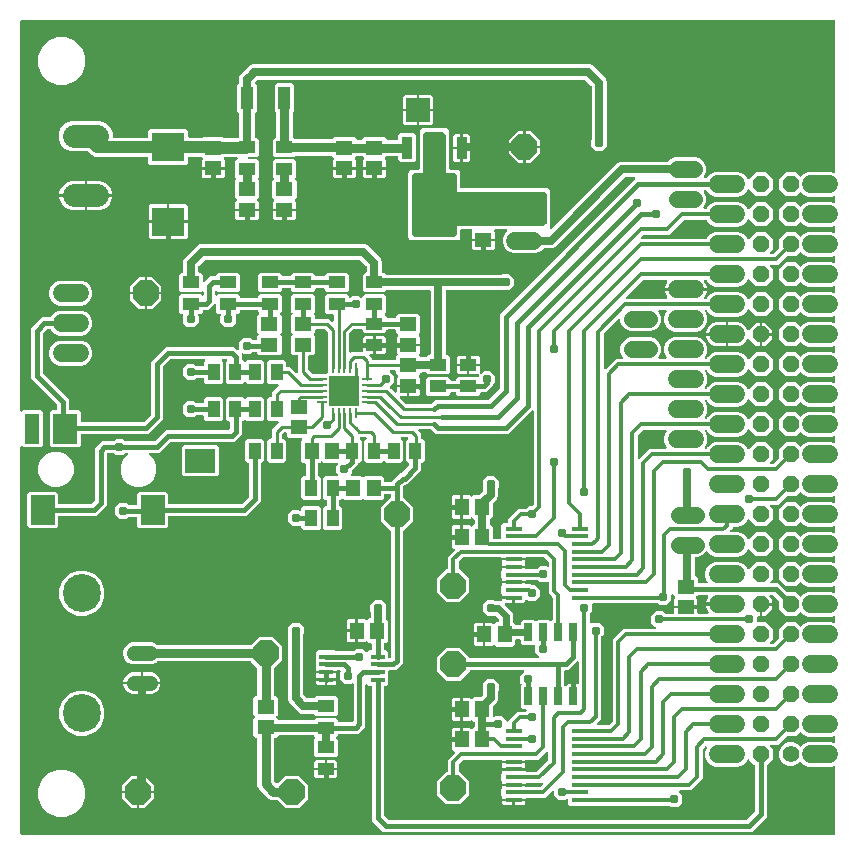
<source format=gbr>
G04 EAGLE Gerber RS-274X export*
G75*
%MOMM*%
%FSLAX34Y34*%
%LPD*%
%INTop Copper*%
%IPPOS*%
%AMOC8*
5,1,8,0,0,1.08239X$1,22.5*%
G01*
G04 Define Apertures*
%ADD10R,2.800000X2.400000*%
%ADD11C,1.422400*%
%ADD12P,1.53959X8X112.5*%
%ADD13R,1.420200X1.031200*%
%ADD14R,1.465300X1.164600*%
%ADD15C,1.422400*%
%ADD16C,1.524000*%
%ADD17C,1.308000*%
%ADD18C,3.216000*%
%ADD19P,2.33688X8X22.5*%
%ADD20C,1.981200*%
%ADD21R,1.043100X1.910300*%
%ADD22R,0.897900X1.860300*%
%ADD23R,3.189100X1.860300*%
%ADD24R,0.900000X0.250000*%
%ADD25R,0.250000X0.900000*%
%ADD26R,2.600000X2.600000*%
%ADD27R,1.031200X1.420200*%
%ADD28R,2.000000X2.500000*%
%ADD29R,2.500000X2.000000*%
%ADD30R,1.200000X2.500000*%
%ADD31R,1.164600X1.465300*%
%ADD32R,0.650000X1.525000*%
%ADD33R,1.200000X0.450000*%
%ADD34R,1.462000X0.354800*%
%ADD35R,2.000000X2.000000*%
%ADD36P,0.81872X8X22.5*%
%ADD37C,0.400000*%
%ADD38C,0.700000*%
%ADD39C,0.250000*%
%ADD40C,0.350000*%
%ADD41C,1.000000*%
%ADD42C,0.800000*%
%ADD43C,0.300000*%
%ADD44C,0.600000*%
G36*
X694310Y5159D02*
X693920Y5080D01*
X6080Y5080D01*
X5720Y5147D01*
X5384Y5362D01*
X5159Y5690D01*
X5080Y6080D01*
X5080Y333588D01*
X5142Y333934D01*
X5351Y334272D01*
X5675Y334503D01*
X6064Y334588D01*
X6455Y334515D01*
X6787Y334295D01*
X7757Y333325D01*
X22243Y333325D01*
X24000Y335082D01*
X24000Y362568D01*
X22243Y364325D01*
X7757Y364325D01*
X6787Y363355D01*
X6499Y363154D01*
X6112Y363062D01*
X5720Y363129D01*
X5384Y363344D01*
X5159Y363672D01*
X5080Y364062D01*
X5080Y693920D01*
X5147Y694281D01*
X5362Y694616D01*
X5690Y694841D01*
X6080Y694920D01*
X693920Y694920D01*
X694281Y694853D01*
X694616Y694638D01*
X694841Y694310D01*
X694920Y693920D01*
X694920Y566417D01*
X694856Y566064D01*
X694644Y565727D01*
X694317Y565500D01*
X693928Y565417D01*
X693537Y565493D01*
X691722Y566245D01*
X672258Y566245D01*
X668354Y564628D01*
X666145Y562419D01*
X665843Y562212D01*
X665454Y562127D01*
X665063Y562200D01*
X664731Y562419D01*
X661414Y565737D01*
X653036Y565737D01*
X647113Y559814D01*
X647113Y551436D01*
X653036Y545513D01*
X661414Y545513D01*
X664731Y548831D01*
X665034Y549038D01*
X665422Y549123D01*
X665814Y549050D01*
X666145Y548831D01*
X668354Y546622D01*
X672258Y545005D01*
X691722Y545005D01*
X693537Y545757D01*
X693888Y545832D01*
X694281Y545766D01*
X694616Y545551D01*
X694841Y545223D01*
X694920Y544833D01*
X694920Y541017D01*
X694856Y540664D01*
X694644Y540327D01*
X694317Y540100D01*
X693928Y540017D01*
X693537Y540093D01*
X691722Y540845D01*
X672258Y540845D01*
X668354Y539228D01*
X666145Y537019D01*
X665843Y536812D01*
X665454Y536727D01*
X665063Y536800D01*
X664731Y537019D01*
X661414Y540337D01*
X653036Y540337D01*
X647113Y534414D01*
X647113Y526036D01*
X653036Y520113D01*
X661414Y520113D01*
X664731Y523431D01*
X665034Y523638D01*
X665422Y523723D01*
X665814Y523650D01*
X666145Y523431D01*
X668354Y521222D01*
X672258Y519605D01*
X691722Y519605D01*
X693537Y520357D01*
X693888Y520432D01*
X694281Y520366D01*
X694616Y520151D01*
X694841Y519823D01*
X694920Y519433D01*
X694920Y515617D01*
X694856Y515264D01*
X694644Y514927D01*
X694317Y514700D01*
X693928Y514617D01*
X693537Y514693D01*
X691722Y515445D01*
X672258Y515445D01*
X668354Y513828D01*
X666145Y511619D01*
X665843Y511412D01*
X665454Y511327D01*
X665063Y511400D01*
X664731Y511619D01*
X661414Y514937D01*
X653036Y514937D01*
X647113Y509014D01*
X647113Y501845D01*
X647040Y501469D01*
X646820Y501138D01*
X642850Y497168D01*
X642533Y496954D01*
X642143Y496875D01*
X640590Y496875D01*
X640244Y496937D01*
X639906Y497146D01*
X639675Y497470D01*
X639590Y497859D01*
X639663Y498250D01*
X639883Y498582D01*
X641937Y500636D01*
X641937Y509014D01*
X636014Y514937D01*
X627636Y514937D01*
X622006Y509306D01*
X621710Y509102D01*
X621322Y509013D01*
X620931Y509083D01*
X620597Y509300D01*
X620375Y509630D01*
X619873Y510841D01*
X616886Y513828D01*
X612982Y515445D01*
X593518Y515445D01*
X589614Y513828D01*
X586627Y510841D01*
X586358Y510192D01*
X586153Y509879D01*
X585824Y509654D01*
X585434Y509575D01*
X531407Y509575D01*
X531061Y509637D01*
X530723Y509846D01*
X530492Y510170D01*
X530407Y510559D01*
X530480Y510950D01*
X530700Y511282D01*
X531900Y512482D01*
X532217Y512696D01*
X532607Y512775D01*
X554418Y512775D01*
X566825Y525182D01*
X567142Y525396D01*
X567532Y525475D01*
X585434Y525475D01*
X585802Y525405D01*
X586136Y525188D01*
X586358Y524858D01*
X586627Y524209D01*
X589614Y521222D01*
X593518Y519605D01*
X612982Y519605D01*
X616886Y521222D01*
X619873Y524209D01*
X620375Y525420D01*
X620569Y525721D01*
X620894Y525951D01*
X621282Y526037D01*
X621674Y525964D01*
X622006Y525744D01*
X627636Y520113D01*
X636014Y520113D01*
X641937Y526036D01*
X641937Y534414D01*
X636014Y540337D01*
X627636Y540337D01*
X622006Y534706D01*
X621710Y534502D01*
X621322Y534413D01*
X620931Y534483D01*
X620597Y534700D01*
X620375Y535030D01*
X619873Y536241D01*
X616886Y539228D01*
X612982Y540845D01*
X593518Y540845D01*
X589614Y539228D01*
X586627Y536241D01*
X586358Y535592D01*
X586153Y535279D01*
X585824Y535054D01*
X585434Y534975D01*
X584202Y534975D01*
X583856Y535037D01*
X583518Y535246D01*
X583287Y535570D01*
X583202Y535959D01*
X583275Y536350D01*
X583495Y536682D01*
X584010Y537197D01*
X585549Y540914D01*
X585549Y544936D01*
X584010Y548653D01*
X583745Y548918D01*
X583544Y549206D01*
X583452Y549593D01*
X583519Y549986D01*
X583733Y550321D01*
X584062Y550546D01*
X584452Y550625D01*
X585538Y550625D01*
X585906Y550555D01*
X586239Y550338D01*
X586462Y550008D01*
X586627Y549609D01*
X589614Y546622D01*
X593518Y545005D01*
X612982Y545005D01*
X616886Y546622D01*
X619873Y549609D01*
X620375Y550820D01*
X620569Y551121D01*
X620894Y551351D01*
X621282Y551437D01*
X621674Y551364D01*
X622006Y551144D01*
X627636Y545513D01*
X636014Y545513D01*
X641937Y551436D01*
X641937Y559814D01*
X636014Y565737D01*
X627636Y565737D01*
X622006Y560106D01*
X621710Y559902D01*
X621322Y559813D01*
X620931Y559883D01*
X620597Y560100D01*
X620375Y560430D01*
X619873Y561641D01*
X616886Y564628D01*
X612982Y566245D01*
X593518Y566245D01*
X589614Y564628D01*
X586627Y561641D01*
X586462Y561242D01*
X586256Y560929D01*
X585928Y560704D01*
X585538Y560625D01*
X584452Y560625D01*
X584106Y560687D01*
X583768Y560896D01*
X583537Y561220D01*
X583452Y561609D01*
X583525Y562000D01*
X583745Y562332D01*
X584010Y562597D01*
X585549Y566314D01*
X585549Y570336D01*
X584010Y574053D01*
X581165Y576898D01*
X577448Y578437D01*
X559202Y578437D01*
X555485Y576898D01*
X553705Y575118D01*
X553388Y574904D01*
X552998Y574825D01*
X513057Y574825D01*
X510668Y573835D01*
X455211Y518378D01*
X454952Y518191D01*
X454568Y518087D01*
X454173Y518141D01*
X453831Y518345D01*
X453596Y518666D01*
X453504Y519053D01*
X453571Y519445D01*
X453716Y519821D01*
X453810Y520230D01*
X453850Y520739D01*
X453850Y549240D01*
X453818Y549698D01*
X453728Y550112D01*
X453582Y550509D01*
X453380Y550882D01*
X453129Y551223D01*
X452831Y551524D01*
X452494Y551781D01*
X452124Y551988D01*
X451729Y552141D01*
X451320Y552235D01*
X450811Y552275D01*
X378650Y552275D01*
X378290Y552342D01*
X377954Y552557D01*
X377729Y552885D01*
X377650Y553275D01*
X377650Y565115D01*
X377618Y565573D01*
X377528Y565987D01*
X377382Y566384D01*
X377180Y566757D01*
X376929Y567098D01*
X376631Y567399D01*
X376294Y567656D01*
X375924Y567863D01*
X375529Y568016D01*
X375120Y568110D01*
X374611Y568150D01*
X369125Y568150D01*
X368765Y568217D01*
X368429Y568432D01*
X368204Y568760D01*
X368125Y569150D01*
X368125Y600040D01*
X368093Y600498D01*
X368003Y600912D01*
X367857Y601309D01*
X367655Y601682D01*
X367404Y602023D01*
X367106Y602324D01*
X366769Y602581D01*
X366399Y602788D01*
X366004Y602941D01*
X365595Y603035D01*
X365086Y603075D01*
X346110Y603075D01*
X345652Y603043D01*
X345238Y602953D01*
X344841Y602807D01*
X344468Y602605D01*
X344127Y602354D01*
X343826Y602056D01*
X343569Y601719D01*
X343362Y601349D01*
X343209Y600954D01*
X343115Y600545D01*
X343075Y600036D01*
X343075Y569150D01*
X343008Y568790D01*
X342793Y568454D01*
X342465Y568229D01*
X342075Y568150D01*
X336585Y568150D01*
X336127Y568118D01*
X335713Y568028D01*
X335316Y567882D01*
X334943Y567680D01*
X334602Y567429D01*
X334301Y567131D01*
X334044Y566794D01*
X333837Y566424D01*
X333684Y566029D01*
X333590Y565620D01*
X333550Y565111D01*
X333550Y511210D01*
X333582Y510752D01*
X333672Y510338D01*
X333818Y509941D01*
X334020Y509568D01*
X334272Y509227D01*
X334569Y508926D01*
X334906Y508669D01*
X335276Y508462D01*
X335671Y508309D01*
X336080Y508215D01*
X336589Y508175D01*
X374615Y508175D01*
X375073Y508207D01*
X375487Y508297D01*
X375884Y508443D01*
X376257Y508645D01*
X376598Y508897D01*
X376899Y509194D01*
X377156Y509531D01*
X377363Y509901D01*
X377516Y510296D01*
X377610Y510705D01*
X377650Y511214D01*
X377650Y516700D01*
X377717Y517061D01*
X377932Y517396D01*
X378260Y517621D01*
X378650Y517700D01*
X386648Y517700D01*
X386994Y517638D01*
X387332Y517429D01*
X387563Y517105D01*
X387648Y516716D01*
X387575Y516325D01*
X387355Y515993D01*
X387009Y515646D01*
X387009Y509771D01*
X406742Y509771D01*
X406742Y515646D01*
X406395Y515993D01*
X406194Y516281D01*
X406102Y516668D01*
X406169Y517061D01*
X406384Y517396D01*
X406712Y517621D01*
X407102Y517700D01*
X416447Y517700D01*
X416792Y517638D01*
X417131Y517429D01*
X417361Y517105D01*
X417447Y516716D01*
X417374Y516325D01*
X417154Y515993D01*
X415177Y514016D01*
X413560Y510112D01*
X413560Y505888D01*
X415177Y501984D01*
X418164Y498997D01*
X422068Y497380D01*
X441532Y497380D01*
X445436Y498997D01*
X447646Y501207D01*
X447963Y501421D01*
X448353Y501500D01*
X455318Y501500D01*
X457707Y502490D01*
X516750Y561532D01*
X517067Y561746D01*
X517457Y561825D01*
X524804Y561825D01*
X525150Y561763D01*
X525489Y561554D01*
X525719Y561230D01*
X525804Y560841D01*
X525731Y560450D01*
X525512Y560118D01*
X410925Y445531D01*
X410925Y383485D01*
X410852Y383110D01*
X410632Y382778D01*
X401447Y373593D01*
X401130Y373379D01*
X400740Y373300D01*
X356704Y373300D01*
X353072Y369668D01*
X352755Y369454D01*
X352365Y369375D01*
X332375Y369375D01*
X331999Y369448D01*
X331668Y369668D01*
X326460Y374876D01*
X326259Y375164D01*
X326167Y375551D01*
X326234Y375944D01*
X326448Y376279D01*
X326777Y376504D01*
X327167Y376583D01*
X332375Y376583D01*
X332375Y383946D01*
X323509Y383946D01*
X323509Y380241D01*
X323447Y379896D01*
X323238Y379557D01*
X322913Y379327D01*
X322524Y379241D01*
X322133Y379314D01*
X321801Y379534D01*
X318868Y382468D01*
X318070Y383265D01*
X317863Y383567D01*
X317778Y383956D01*
X317851Y384347D01*
X318070Y384679D01*
X321107Y387716D01*
X321107Y393334D01*
X317944Y396497D01*
X317744Y396785D01*
X317652Y397172D01*
X317719Y397565D01*
X317933Y397900D01*
X318261Y398125D01*
X318651Y398204D01*
X322049Y398204D01*
X322409Y398137D01*
X322744Y397922D01*
X322969Y397594D01*
X323049Y397204D01*
X323049Y395388D01*
X324355Y394082D01*
X324562Y393779D01*
X324648Y393391D01*
X324575Y392999D01*
X324355Y392668D01*
X323509Y391821D01*
X323509Y385946D01*
X343242Y385946D01*
X343242Y391821D01*
X342395Y392668D01*
X342188Y392970D01*
X342102Y393359D01*
X342175Y393750D01*
X342395Y394082D01*
X343702Y395388D01*
X343702Y395395D01*
X343769Y395756D01*
X343983Y396091D01*
X344311Y396316D01*
X344702Y396395D01*
X348361Y396395D01*
X348736Y396322D01*
X349068Y396102D01*
X350431Y394739D01*
X367119Y394739D01*
X368876Y396496D01*
X368876Y409294D01*
X367119Y411051D01*
X366275Y411051D01*
X365915Y411118D01*
X365579Y411333D01*
X365354Y411661D01*
X365275Y412051D01*
X365275Y465245D01*
X365342Y465606D01*
X365557Y465941D01*
X365885Y466166D01*
X366275Y466245D01*
X412420Y466245D01*
X412795Y466172D01*
X413110Y465963D01*
X418734Y465963D01*
X422707Y469936D01*
X422707Y475554D01*
X418734Y479527D01*
X413111Y479527D01*
X412810Y479324D01*
X412420Y479245D01*
X315214Y479245D01*
X314839Y479318D01*
X314507Y479538D01*
X313144Y480901D01*
X312300Y480901D01*
X311940Y480968D01*
X311604Y481183D01*
X311379Y481511D01*
X311300Y481901D01*
X311300Y490243D01*
X310310Y492632D01*
X298957Y503985D01*
X296568Y504975D01*
X157457Y504975D01*
X155068Y503985D01*
X143715Y492632D01*
X142725Y490243D01*
X142725Y481901D01*
X142658Y481541D01*
X142443Y481205D01*
X142115Y480980D01*
X141725Y480901D01*
X140881Y480901D01*
X139124Y479144D01*
X139124Y466346D01*
X140881Y464589D01*
X157569Y464589D01*
X158393Y465413D01*
X158681Y465614D01*
X159068Y465706D01*
X159461Y465639D01*
X159796Y465424D01*
X160021Y465096D01*
X160100Y464706D01*
X160100Y462394D01*
X160038Y462048D01*
X159829Y461710D01*
X159505Y461479D01*
X159116Y461394D01*
X158725Y461467D01*
X158393Y461687D01*
X157569Y462511D01*
X140881Y462511D01*
X139124Y460754D01*
X139124Y447956D01*
X140881Y446199D01*
X142094Y446199D01*
X142439Y446137D01*
X142778Y445928D01*
X143008Y445604D01*
X143093Y445215D01*
X143021Y444824D01*
X142801Y444492D01*
X142443Y444134D01*
X142443Y438516D01*
X146416Y434543D01*
X152034Y434543D01*
X156007Y438516D01*
X156007Y444134D01*
X155649Y444492D01*
X155449Y444780D01*
X155357Y445167D01*
X155424Y445560D01*
X155638Y445895D01*
X155966Y446120D01*
X156356Y446199D01*
X157569Y446199D01*
X159326Y447956D01*
X159326Y448355D01*
X159393Y448716D01*
X159608Y449051D01*
X159936Y449276D01*
X160326Y449355D01*
X164326Y449355D01*
X169167Y454196D01*
X169455Y454397D01*
X169842Y454488D01*
X170235Y454421D01*
X170570Y454207D01*
X170795Y453879D01*
X170874Y453489D01*
X170874Y447956D01*
X172631Y446199D01*
X173844Y446199D01*
X174189Y446137D01*
X174528Y445928D01*
X174758Y445604D01*
X174843Y445215D01*
X174771Y444824D01*
X174551Y444492D01*
X174193Y444134D01*
X174193Y438516D01*
X178166Y434543D01*
X183784Y434543D01*
X187757Y438516D01*
X187757Y444134D01*
X187399Y444492D01*
X187199Y444780D01*
X187107Y445167D01*
X187174Y445560D01*
X187388Y445895D01*
X187716Y446120D01*
X188106Y446199D01*
X189319Y446199D01*
X191076Y447956D01*
X191076Y448355D01*
X191143Y448716D01*
X191358Y449051D01*
X191686Y449276D01*
X192076Y449355D01*
X205126Y449355D01*
X205487Y449288D01*
X205822Y449073D01*
X206047Y448745D01*
X206126Y448355D01*
X206126Y447956D01*
X206899Y447184D01*
X207106Y446881D01*
X207191Y446493D01*
X207118Y446101D01*
X206899Y445770D01*
X205574Y444445D01*
X205574Y430313D01*
X206555Y429332D01*
X206762Y429030D01*
X206848Y428641D01*
X206775Y428250D01*
X206555Y427918D01*
X205574Y426937D01*
X205574Y425100D01*
X205506Y424740D01*
X205292Y424404D01*
X204964Y424179D01*
X204574Y424100D01*
X201855Y424100D01*
X201480Y424173D01*
X201148Y424393D01*
X199659Y425882D01*
X194041Y425882D01*
X190068Y421909D01*
X190068Y416317D01*
X190006Y415972D01*
X189797Y415633D01*
X189473Y415403D01*
X189084Y415317D01*
X188693Y415390D01*
X188361Y415610D01*
X186221Y417750D01*
X128104Y417750D01*
X115650Y405296D01*
X115650Y361260D01*
X115577Y360885D01*
X115357Y360553D01*
X109347Y354543D01*
X109030Y354329D01*
X108640Y354250D01*
X57000Y354250D01*
X56640Y354317D01*
X56304Y354532D01*
X56079Y354860D01*
X56000Y355250D01*
X56000Y362568D01*
X54243Y364325D01*
X47275Y364325D01*
X46915Y364392D01*
X46579Y364607D01*
X46354Y364935D01*
X46275Y365325D01*
X46275Y373546D01*
X24343Y395478D01*
X24129Y395795D01*
X24050Y396185D01*
X24050Y429315D01*
X24123Y429690D01*
X24343Y430022D01*
X27178Y432857D01*
X27495Y433071D01*
X27885Y433150D01*
X29913Y433150D01*
X30281Y433080D01*
X30614Y432863D01*
X30837Y432533D01*
X31002Y432134D01*
X33989Y429147D01*
X37893Y427530D01*
X57357Y427530D01*
X61261Y429147D01*
X64248Y432134D01*
X65865Y436038D01*
X65865Y440262D01*
X64248Y444166D01*
X61261Y447153D01*
X57357Y448770D01*
X37893Y448770D01*
X33989Y447153D01*
X31002Y444166D01*
X30837Y443767D01*
X30631Y443454D01*
X30303Y443229D01*
X29913Y443150D01*
X23329Y443150D01*
X14050Y433871D01*
X14050Y391629D01*
X35982Y369697D01*
X36196Y369380D01*
X36275Y368990D01*
X36275Y365325D01*
X36208Y364965D01*
X35993Y364629D01*
X35665Y364404D01*
X35275Y364325D01*
X31757Y364325D01*
X30000Y362568D01*
X30000Y335082D01*
X31757Y333325D01*
X54243Y333325D01*
X56000Y335082D01*
X56000Y343250D01*
X56067Y343611D01*
X56282Y343946D01*
X56610Y344171D01*
X57000Y344250D01*
X113196Y344250D01*
X125650Y356704D01*
X125650Y400740D01*
X125723Y401115D01*
X125943Y401447D01*
X131953Y407457D01*
X132270Y407671D01*
X132660Y407750D01*
X160566Y407750D01*
X160912Y407688D01*
X161250Y407479D01*
X161481Y407155D01*
X161566Y406766D01*
X161493Y406375D01*
X161273Y406043D01*
X160449Y405219D01*
X160449Y402875D01*
X160382Y402515D01*
X160167Y402179D01*
X159839Y401954D01*
X159449Y401875D01*
X154230Y401875D01*
X153855Y401948D01*
X153523Y402168D01*
X152034Y403657D01*
X146416Y403657D01*
X142443Y399684D01*
X142443Y394066D01*
X146416Y390093D01*
X152034Y390093D01*
X153523Y391582D01*
X153840Y391796D01*
X154230Y391875D01*
X159449Y391875D01*
X159810Y391808D01*
X160145Y391593D01*
X160370Y391265D01*
X160449Y390875D01*
X160449Y388531D01*
X162206Y386774D01*
X175004Y386774D01*
X176761Y388531D01*
X176761Y405219D01*
X175937Y406043D01*
X175736Y406331D01*
X175644Y406718D01*
X175711Y407111D01*
X175926Y407446D01*
X176254Y407671D01*
X176644Y407750D01*
X178956Y407750D01*
X179302Y407688D01*
X179640Y407479D01*
X179871Y407155D01*
X179956Y406766D01*
X179883Y406375D01*
X179663Y406043D01*
X178839Y405219D01*
X178839Y388531D01*
X180596Y386774D01*
X193394Y386774D01*
X194555Y387936D01*
X194858Y388143D01*
X195247Y388229D01*
X195638Y388156D01*
X195970Y387936D01*
X197131Y386774D01*
X209929Y386774D01*
X211686Y388531D01*
X211686Y405219D01*
X209929Y406976D01*
X197131Y406976D01*
X195970Y405814D01*
X195667Y405607D01*
X195278Y405521D01*
X194887Y405594D01*
X194555Y405814D01*
X193394Y406976D01*
X193325Y406976D01*
X192965Y407043D01*
X192629Y407258D01*
X192404Y407586D01*
X192325Y407976D01*
X192325Y411620D01*
X192387Y411965D01*
X192596Y412304D01*
X192920Y412534D01*
X193309Y412619D01*
X193700Y412547D01*
X194032Y412327D01*
X194041Y412318D01*
X199659Y412318D01*
X201148Y413807D01*
X201465Y414021D01*
X201855Y414100D01*
X204574Y414100D01*
X204934Y414033D01*
X205269Y413818D01*
X205494Y413490D01*
X205574Y413100D01*
X205574Y412805D01*
X207331Y411048D01*
X224469Y411048D01*
X226227Y412805D01*
X226227Y426937D01*
X225245Y427918D01*
X225038Y428220D01*
X224952Y428609D01*
X225025Y429000D01*
X225245Y429332D01*
X226227Y430313D01*
X226227Y444445D01*
X225229Y445443D01*
X225021Y445745D01*
X224936Y446134D01*
X225009Y446525D01*
X225229Y446857D01*
X226328Y447956D01*
X226328Y460754D01*
X224571Y462511D01*
X207883Y462511D01*
X206126Y460754D01*
X206126Y460355D01*
X206059Y459995D01*
X205844Y459659D01*
X205516Y459434D01*
X205126Y459355D01*
X192076Y459355D01*
X191716Y459422D01*
X191380Y459637D01*
X191155Y459965D01*
X191076Y460355D01*
X191076Y460754D01*
X189319Y462511D01*
X172631Y462511D01*
X171807Y461687D01*
X171519Y461486D01*
X171132Y461394D01*
X170740Y461461D01*
X170404Y461676D01*
X170179Y462004D01*
X170100Y462394D01*
X170100Y464706D01*
X170162Y465052D01*
X170371Y465390D01*
X170695Y465621D01*
X171084Y465706D01*
X171475Y465633D01*
X171807Y465413D01*
X172631Y464589D01*
X189319Y464589D01*
X191076Y466346D01*
X191076Y479144D01*
X189319Y480901D01*
X172631Y480901D01*
X170874Y479144D01*
X170874Y478745D01*
X170807Y478385D01*
X170592Y478049D01*
X170264Y477824D01*
X169874Y477745D01*
X165874Y477745D01*
X161033Y472904D01*
X160745Y472703D01*
X160358Y472612D01*
X159966Y472679D01*
X159630Y472893D01*
X159405Y473221D01*
X159326Y473611D01*
X159326Y479144D01*
X157569Y480901D01*
X156725Y480901D01*
X156365Y480968D01*
X156029Y481183D01*
X155804Y481511D01*
X155725Y481901D01*
X155725Y485843D01*
X155798Y486219D01*
X156018Y486551D01*
X161150Y491682D01*
X161467Y491896D01*
X161857Y491975D01*
X292168Y491975D01*
X292544Y491902D01*
X292876Y491682D01*
X298007Y486551D01*
X298221Y486233D01*
X298300Y485843D01*
X298300Y481901D01*
X298233Y481541D01*
X298018Y481205D01*
X297690Y480980D01*
X297300Y480901D01*
X296456Y480901D01*
X294699Y479144D01*
X294699Y466346D01*
X296456Y464589D01*
X313144Y464589D01*
X314507Y465952D01*
X314824Y466166D01*
X315214Y466245D01*
X351275Y466245D01*
X351636Y466178D01*
X351971Y465963D01*
X352196Y465635D01*
X352275Y465245D01*
X352275Y412051D01*
X352208Y411691D01*
X351993Y411355D01*
X351665Y411130D01*
X351275Y411051D01*
X350431Y411051D01*
X349068Y409688D01*
X348751Y409474D01*
X348361Y409395D01*
X344240Y409395D01*
X343865Y409468D01*
X343533Y409688D01*
X342440Y410781D01*
X342233Y411083D01*
X342148Y411472D01*
X342221Y411863D01*
X342441Y412195D01*
X343242Y412996D01*
X343242Y418871D01*
X323509Y418871D01*
X323509Y412996D01*
X324310Y412195D01*
X324517Y411892D01*
X324602Y411504D01*
X324529Y411112D01*
X324310Y410781D01*
X323049Y409520D01*
X323049Y407704D01*
X322981Y407344D01*
X322767Y407008D01*
X322439Y406783D01*
X322049Y406704D01*
X303700Y406704D01*
X303340Y406771D01*
X303004Y406986D01*
X302779Y407314D01*
X302700Y407704D01*
X302700Y408160D01*
X300834Y410027D01*
X300633Y410315D01*
X300541Y410702D01*
X300608Y411095D01*
X300822Y411430D01*
X301151Y411655D01*
X301541Y411734D01*
X303800Y411734D01*
X303800Y418430D01*
X295159Y418430D01*
X295159Y414825D01*
X295092Y414465D01*
X294877Y414129D01*
X294549Y413904D01*
X294159Y413825D01*
X285815Y413825D01*
X285357Y413368D01*
X285069Y413167D01*
X284682Y413075D01*
X284290Y413142D01*
X283954Y413356D01*
X283729Y413685D01*
X283650Y414075D01*
X283650Y429625D01*
X283723Y430001D01*
X283943Y430332D01*
X286888Y433277D01*
X287205Y433491D01*
X287595Y433570D01*
X293699Y433570D01*
X294060Y433503D01*
X294395Y433288D01*
X294620Y432960D01*
X294699Y432570D01*
X294699Y431421D01*
X296456Y429664D01*
X313144Y429664D01*
X314901Y431421D01*
X314901Y431820D01*
X314968Y432181D01*
X315183Y432516D01*
X315511Y432741D01*
X315901Y432820D01*
X322049Y432820D01*
X322409Y432753D01*
X322744Y432538D01*
X322969Y432210D01*
X323049Y431820D01*
X323049Y430313D01*
X324355Y429007D01*
X324562Y428704D01*
X324648Y428316D01*
X324575Y427924D01*
X324355Y427593D01*
X323509Y426746D01*
X323509Y420871D01*
X343242Y420871D01*
X343242Y426746D01*
X342395Y427593D01*
X342188Y427895D01*
X342102Y428284D01*
X342175Y428675D01*
X342395Y429007D01*
X343702Y430313D01*
X343702Y444445D01*
X341944Y446202D01*
X324806Y446202D01*
X323049Y444445D01*
X323049Y443820D01*
X322981Y443460D01*
X322767Y443124D01*
X322439Y442899D01*
X322049Y442820D01*
X315901Y442820D01*
X315541Y442887D01*
X315205Y443102D01*
X314980Y443430D01*
X314901Y443820D01*
X314901Y444219D01*
X313739Y445380D01*
X313532Y445683D01*
X313446Y446072D01*
X313519Y446463D01*
X313739Y446795D01*
X314901Y447956D01*
X314901Y460754D01*
X313144Y462511D01*
X296456Y462511D01*
X294699Y460754D01*
X294699Y460256D01*
X294637Y459911D01*
X294428Y459572D01*
X294104Y459342D01*
X293715Y459257D01*
X293324Y459330D01*
X292992Y459549D01*
X291734Y460807D01*
X286116Y460807D01*
X284858Y459549D01*
X284570Y459349D01*
X284183Y459257D01*
X283791Y459324D01*
X283455Y459538D01*
X283230Y459866D01*
X283151Y460256D01*
X283151Y460754D01*
X281394Y462511D01*
X264706Y462511D01*
X262949Y460754D01*
X262949Y447956D01*
X264706Y446199D01*
X269150Y446199D01*
X269511Y446132D01*
X269846Y445917D01*
X270071Y445589D01*
X270150Y445199D01*
X270150Y439950D01*
X270088Y439604D01*
X269879Y439265D01*
X269555Y439035D01*
X269166Y438950D01*
X268775Y439023D01*
X268443Y439243D01*
X266056Y441629D01*
X255802Y441629D01*
X255441Y441696D01*
X255106Y441911D01*
X254881Y442239D01*
X254802Y442629D01*
X254802Y444445D01*
X253640Y445606D01*
X253433Y445909D01*
X253347Y446297D01*
X253420Y446689D01*
X253640Y447020D01*
X254576Y447956D01*
X254576Y460754D01*
X252819Y462511D01*
X236131Y462511D01*
X234374Y460754D01*
X234374Y447956D01*
X235310Y447020D01*
X235517Y446718D01*
X235603Y446329D01*
X235530Y445938D01*
X235310Y445606D01*
X234149Y444445D01*
X234149Y430313D01*
X235130Y429332D01*
X235337Y429030D01*
X235423Y428641D01*
X235350Y428250D01*
X235130Y427918D01*
X234149Y426937D01*
X234149Y412805D01*
X235906Y411048D01*
X239225Y411048D01*
X239586Y410981D01*
X239921Y410766D01*
X240146Y410438D01*
X240225Y410048D01*
X240225Y396850D01*
X240163Y396504D01*
X239954Y396165D01*
X239630Y395935D01*
X239241Y395850D01*
X238850Y395923D01*
X238518Y396143D01*
X233535Y401125D01*
X231076Y401125D01*
X230716Y401192D01*
X230380Y401407D01*
X230155Y401735D01*
X230076Y402125D01*
X230076Y405219D01*
X228319Y406976D01*
X215521Y406976D01*
X213764Y405219D01*
X213764Y388531D01*
X215521Y386774D01*
X222774Y386774D01*
X223120Y386712D01*
X223459Y386503D01*
X223689Y386179D01*
X223774Y385790D01*
X223701Y385399D01*
X223481Y385067D01*
X217670Y379255D01*
X217670Y376226D01*
X217603Y375866D01*
X217388Y375530D01*
X217060Y375305D01*
X216670Y375226D01*
X215521Y375226D01*
X213764Y373469D01*
X213764Y356781D01*
X215521Y355024D01*
X222774Y355024D01*
X223120Y354962D01*
X223459Y354753D01*
X223689Y354429D01*
X223774Y354040D01*
X223701Y353649D01*
X223481Y353317D01*
X217670Y347505D01*
X217670Y341301D01*
X217603Y340941D01*
X217388Y340605D01*
X217060Y340380D01*
X216670Y340301D01*
X215521Y340301D01*
X213764Y338544D01*
X213764Y321856D01*
X215521Y320099D01*
X228319Y320099D01*
X230076Y321856D01*
X230076Y338544D01*
X228319Y340301D01*
X227170Y340301D01*
X226810Y340368D01*
X226474Y340583D01*
X226249Y340911D01*
X226170Y341301D01*
X226170Y343570D01*
X226243Y343946D01*
X226463Y344277D01*
X227664Y345478D01*
X227981Y345692D01*
X228371Y345771D01*
X229974Y345771D01*
X230334Y345704D01*
X230669Y345489D01*
X230894Y345161D01*
X230974Y344771D01*
X230974Y342955D01*
X232731Y341198D01*
X242788Y341198D01*
X243133Y341136D01*
X243472Y340927D01*
X243702Y340603D01*
X243788Y340214D01*
X243715Y339823D01*
X243495Y339491D01*
X242773Y338769D01*
X242773Y321631D01*
X244530Y319874D01*
X245596Y319874D01*
X245957Y319806D01*
X246292Y319592D01*
X246517Y319264D01*
X246596Y318874D01*
X246596Y309551D01*
X246529Y309191D01*
X246314Y308855D01*
X245986Y308630D01*
X245596Y308551D01*
X244756Y308551D01*
X242999Y306794D01*
X242999Y290106D01*
X244756Y288349D01*
X257554Y288349D01*
X259311Y290106D01*
X259311Y306794D01*
X257544Y308561D01*
X257236Y308618D01*
X256900Y308833D01*
X256675Y309161D01*
X256596Y309551D01*
X256596Y318874D01*
X256663Y319234D01*
X256878Y319569D01*
X257206Y319794D01*
X257596Y319874D01*
X258662Y319874D01*
X259643Y320855D01*
X259945Y321062D01*
X260334Y321148D01*
X260725Y321075D01*
X261057Y320855D01*
X262038Y319874D01*
X272943Y319874D01*
X273289Y319812D01*
X273627Y319603D01*
X273858Y319278D01*
X273943Y318889D01*
X273870Y318498D01*
X273650Y318166D01*
X272618Y317134D01*
X272618Y311516D01*
X273876Y310258D01*
X274077Y309970D01*
X274168Y309583D01*
X274101Y309191D01*
X273887Y308855D01*
X273559Y308630D01*
X273169Y308551D01*
X263146Y308551D01*
X261389Y306794D01*
X261389Y290106D01*
X263146Y288349D01*
X263875Y288349D01*
X264236Y288282D01*
X264571Y288067D01*
X264796Y287739D01*
X264875Y287349D01*
X264875Y284151D01*
X264808Y283791D01*
X264593Y283455D01*
X264265Y283230D01*
X263875Y283151D01*
X263146Y283151D01*
X261389Y281394D01*
X261389Y264706D01*
X263146Y262949D01*
X275944Y262949D01*
X277701Y264706D01*
X277701Y281394D01*
X275944Y283151D01*
X275875Y283151D01*
X275515Y283218D01*
X275179Y283433D01*
X274954Y283761D01*
X274875Y284151D01*
X274875Y287349D01*
X274942Y287710D01*
X275157Y288045D01*
X275485Y288270D01*
X275875Y288349D01*
X275944Y288349D01*
X276880Y289285D01*
X277182Y289492D01*
X277571Y289578D01*
X277962Y289505D01*
X278294Y289285D01*
X279455Y288124D01*
X293587Y288124D01*
X294568Y289105D01*
X294870Y289312D01*
X295259Y289398D01*
X295650Y289325D01*
X295982Y289105D01*
X296963Y288124D01*
X311095Y288124D01*
X312852Y289881D01*
X312852Y292450D01*
X312919Y292811D01*
X313134Y293146D01*
X313462Y293371D01*
X313852Y293450D01*
X317850Y293450D01*
X318211Y293383D01*
X318546Y293168D01*
X318771Y292840D01*
X318850Y292450D01*
X318850Y291020D01*
X318783Y290660D01*
X318568Y290324D01*
X318240Y290099D01*
X318209Y290093D01*
X310055Y281939D01*
X310055Y270511D01*
X318201Y262364D01*
X318211Y262363D01*
X318546Y262148D01*
X318771Y261820D01*
X318850Y261430D01*
X318850Y155225D01*
X318783Y154865D01*
X318568Y154529D01*
X318240Y154304D01*
X317850Y154225D01*
X317500Y154225D01*
X317140Y154292D01*
X316804Y154507D01*
X316579Y154835D01*
X316500Y155225D01*
X316500Y159293D01*
X314743Y161050D01*
X313500Y161050D01*
X313140Y161117D01*
X312804Y161332D01*
X312579Y161660D01*
X312500Y162050D01*
X312500Y166474D01*
X312567Y166834D01*
X312782Y167169D01*
X313110Y167394D01*
X313500Y167474D01*
X314270Y167474D01*
X316027Y169231D01*
X316027Y186369D01*
X314768Y187628D01*
X314554Y187945D01*
X314475Y188335D01*
X314475Y193345D01*
X314548Y193720D01*
X314757Y194035D01*
X314757Y199659D01*
X310784Y203632D01*
X305166Y203632D01*
X301193Y199659D01*
X301193Y194036D01*
X301396Y193735D01*
X301475Y193345D01*
X301475Y189127D01*
X301408Y188766D01*
X301193Y188431D01*
X300865Y188206D01*
X300475Y188127D01*
X300138Y188127D01*
X298832Y186820D01*
X298529Y186613D01*
X298141Y186527D01*
X297749Y186600D01*
X297418Y186820D01*
X296571Y187667D01*
X290696Y187667D01*
X290696Y167934D01*
X296571Y167934D01*
X297418Y168780D01*
X297720Y168987D01*
X298109Y169073D01*
X298500Y169000D01*
X298832Y168780D01*
X300138Y167474D01*
X301500Y167474D01*
X301861Y167406D01*
X302196Y167192D01*
X302421Y166864D01*
X302500Y166474D01*
X302500Y162050D01*
X302433Y161690D01*
X302218Y161354D01*
X301890Y161129D01*
X301500Y161050D01*
X300257Y161050D01*
X298944Y159737D01*
X298641Y159529D01*
X298253Y159444D01*
X297861Y159517D01*
X297530Y159737D01*
X294909Y162357D01*
X289291Y162357D01*
X287802Y160868D01*
X287485Y160654D01*
X287095Y160575D01*
X272132Y160575D01*
X271757Y160648D01*
X271425Y160868D01*
X271243Y161050D01*
X256757Y161050D01*
X255000Y159293D01*
X255000Y145807D01*
X255167Y145640D01*
X255381Y145323D01*
X255460Y144933D01*
X255460Y143800D01*
X272697Y143800D01*
X272822Y143996D01*
X273150Y144221D01*
X273540Y144300D01*
X275170Y144300D01*
X275515Y144238D01*
X275854Y144029D01*
X276084Y143705D01*
X276169Y143316D01*
X276097Y142925D01*
X275877Y142593D01*
X275793Y142509D01*
X275793Y136891D01*
X279766Y132918D01*
X285384Y132918D01*
X285393Y132927D01*
X285681Y133128D01*
X286068Y133219D01*
X286461Y133152D01*
X286796Y132938D01*
X287021Y132610D01*
X287100Y132220D01*
X287100Y101250D01*
X287033Y100890D01*
X286818Y100554D01*
X286490Y100329D01*
X286100Y100250D01*
X274626Y100250D01*
X274266Y100317D01*
X273930Y100532D01*
X273705Y100860D01*
X273626Y101250D01*
X273626Y101979D01*
X271869Y103736D01*
X255181Y103736D01*
X253818Y102373D01*
X253501Y102159D01*
X253111Y102080D01*
X224052Y102080D01*
X223691Y102147D01*
X223356Y102362D01*
X223131Y102690D01*
X223052Y103080D01*
X223052Y103087D01*
X222070Y104068D01*
X221863Y104370D01*
X221777Y104759D01*
X221850Y105150D01*
X222070Y105482D01*
X223052Y106463D01*
X223052Y120595D01*
X221294Y122352D01*
X220725Y122352D01*
X220365Y122419D01*
X220029Y122634D01*
X219804Y122962D01*
X219725Y123352D01*
X219725Y145827D01*
X219798Y146202D01*
X220018Y146534D01*
X226520Y153036D01*
X226520Y164464D01*
X218439Y172545D01*
X207011Y172545D01*
X200509Y166043D01*
X200192Y165829D01*
X199802Y165750D01*
X121396Y165750D01*
X121021Y165823D01*
X120689Y166043D01*
X119894Y166838D01*
X116388Y168290D01*
X99512Y168290D01*
X96006Y166838D01*
X93322Y164154D01*
X91870Y160648D01*
X91870Y156852D01*
X93322Y153346D01*
X96006Y150662D01*
X99512Y149210D01*
X116388Y149210D01*
X119894Y150662D01*
X120689Y151457D01*
X121006Y151671D01*
X121396Y151750D01*
X199802Y151750D01*
X200177Y151677D01*
X200509Y151457D01*
X205432Y146534D01*
X205646Y146217D01*
X205725Y145827D01*
X205725Y123352D01*
X205658Y122992D01*
X205443Y122656D01*
X205115Y122431D01*
X204725Y122352D01*
X204156Y122352D01*
X202399Y120595D01*
X202399Y106463D01*
X203380Y105482D01*
X203587Y105180D01*
X203673Y104791D01*
X203600Y104400D01*
X203380Y104068D01*
X202399Y103087D01*
X202399Y88955D01*
X204156Y87198D01*
X204725Y87198D01*
X205086Y87131D01*
X205421Y86916D01*
X205646Y86588D01*
X205725Y86198D01*
X205725Y46233D01*
X206791Y43660D01*
X215110Y35341D01*
X217683Y34275D01*
X222027Y34275D01*
X222402Y34202D01*
X222734Y33982D01*
X229236Y27480D01*
X240664Y27480D01*
X248745Y35561D01*
X248745Y46989D01*
X240664Y55070D01*
X229236Y55070D01*
X222915Y48749D01*
X222612Y48542D01*
X222224Y48456D01*
X221832Y48529D01*
X221501Y48749D01*
X220018Y50232D01*
X219804Y50549D01*
X219725Y50939D01*
X219725Y86198D01*
X219792Y86559D01*
X220007Y86894D01*
X220335Y87119D01*
X220725Y87198D01*
X221294Y87198D01*
X222883Y88787D01*
X223200Y89001D01*
X223590Y89080D01*
X253111Y89080D01*
X253486Y89007D01*
X253818Y88787D01*
X254586Y88020D01*
X254793Y87717D01*
X254879Y87328D01*
X254806Y86937D01*
X254586Y86605D01*
X253424Y85444D01*
X253424Y72646D01*
X255181Y70889D01*
X271869Y70889D01*
X273626Y72646D01*
X273626Y85444D01*
X272464Y86605D01*
X272257Y86908D01*
X272171Y87297D01*
X272244Y87688D01*
X272464Y88020D01*
X273626Y89181D01*
X273626Y89250D01*
X273693Y89611D01*
X273908Y89946D01*
X274236Y90171D01*
X274626Y90250D01*
X290996Y90250D01*
X297100Y96354D01*
X297100Y131793D01*
X297162Y132139D01*
X297371Y132477D01*
X297695Y132708D01*
X298084Y132793D01*
X298475Y132720D01*
X298807Y132500D01*
X300257Y131050D01*
X301975Y131050D01*
X302336Y130983D01*
X302671Y130768D01*
X302896Y130440D01*
X302975Y130050D01*
X302975Y16979D01*
X312254Y7700D01*
X624371Y7700D01*
X636825Y20154D01*
X636825Y63310D01*
X636898Y63686D01*
X637118Y64017D01*
X641937Y68836D01*
X641937Y77214D01*
X639883Y79268D01*
X639682Y79556D01*
X639590Y79943D01*
X639657Y80336D01*
X639871Y80671D01*
X640200Y80896D01*
X640590Y80975D01*
X646493Y80975D01*
X653538Y88020D01*
X653855Y88234D01*
X654245Y88313D01*
X661414Y88313D01*
X664731Y91631D01*
X665034Y91838D01*
X665422Y91923D01*
X665814Y91850D01*
X666145Y91631D01*
X668354Y89422D01*
X672258Y87805D01*
X691722Y87805D01*
X693537Y88557D01*
X693888Y88632D01*
X694281Y88566D01*
X694616Y88351D01*
X694841Y88023D01*
X694920Y87633D01*
X694920Y83817D01*
X694856Y83464D01*
X694644Y83127D01*
X694317Y82900D01*
X693928Y82817D01*
X693537Y82893D01*
X691722Y83645D01*
X672258Y83645D01*
X668354Y82028D01*
X666145Y79819D01*
X665843Y79612D01*
X665454Y79527D01*
X665063Y79600D01*
X664731Y79819D01*
X662953Y81598D01*
X659236Y83137D01*
X655214Y83137D01*
X651497Y81598D01*
X648652Y78753D01*
X647113Y75036D01*
X647113Y71014D01*
X648652Y67297D01*
X651497Y64452D01*
X655214Y62913D01*
X659236Y62913D01*
X662953Y64452D01*
X664731Y66231D01*
X665034Y66438D01*
X665422Y66523D01*
X665814Y66450D01*
X666145Y66231D01*
X668354Y64022D01*
X672258Y62405D01*
X691722Y62405D01*
X693537Y63157D01*
X693888Y63232D01*
X694281Y63166D01*
X694616Y62951D01*
X694841Y62623D01*
X694920Y62233D01*
X694920Y6080D01*
X694853Y5720D01*
X694638Y5384D01*
X694310Y5159D01*
G37*
%LPC*%
G36*
X36006Y639920D02*
X43994Y639920D01*
X51374Y642977D01*
X57023Y648626D01*
X60080Y656006D01*
X60080Y663994D01*
X57023Y671374D01*
X51374Y677023D01*
X43994Y680080D01*
X36006Y680080D01*
X28626Y677023D01*
X22977Y671374D01*
X19920Y663994D01*
X19920Y656006D01*
X22977Y648626D01*
X28626Y642977D01*
X36006Y639920D01*
G37*
G36*
X186984Y535171D02*
X206717Y535171D01*
X206717Y541046D01*
X205870Y541893D01*
X205663Y542195D01*
X205577Y542584D01*
X205650Y542975D01*
X205870Y543307D01*
X207177Y544613D01*
X207177Y558745D01*
X206015Y559906D01*
X205808Y560209D01*
X205722Y560597D01*
X205795Y560989D01*
X206015Y561320D01*
X206951Y562256D01*
X206951Y575054D01*
X205194Y576811D01*
X198699Y576811D01*
X198361Y576870D01*
X198021Y577076D01*
X197788Y577399D01*
X197699Y577787D01*
X197769Y578179D01*
X197986Y578512D01*
X198316Y578735D01*
X198505Y578813D01*
X198887Y578889D01*
X205194Y578889D01*
X206951Y580646D01*
X206951Y593444D01*
X205194Y595201D01*
X204389Y595201D01*
X204029Y595268D01*
X203693Y595483D01*
X203468Y595811D01*
X203389Y596201D01*
X203389Y615726D01*
X203462Y616101D01*
X203682Y616433D01*
X205105Y617856D01*
X205105Y639444D01*
X203740Y640809D01*
X203533Y641111D01*
X203447Y641500D01*
X203520Y641891D01*
X203740Y642223D01*
X205600Y644082D01*
X205917Y644296D01*
X206307Y644375D01*
X482668Y644375D01*
X483044Y644302D01*
X483376Y644082D01*
X488507Y638951D01*
X488721Y638633D01*
X488800Y638243D01*
X488800Y594055D01*
X488727Y593680D01*
X488518Y593365D01*
X488518Y587741D01*
X492491Y583768D01*
X498109Y583768D01*
X502082Y587741D01*
X502082Y593365D01*
X501879Y593665D01*
X501800Y594055D01*
X501800Y642643D01*
X500810Y645032D01*
X489457Y656385D01*
X487068Y657375D01*
X201907Y657375D01*
X199518Y656385D01*
X191340Y648207D01*
X190350Y645818D01*
X190350Y643135D01*
X190389Y642939D01*
X190389Y641574D01*
X190316Y641199D01*
X190096Y640867D01*
X188674Y639444D01*
X188674Y617856D01*
X190096Y616433D01*
X190310Y616116D01*
X190389Y615726D01*
X190389Y596201D01*
X190322Y595841D01*
X190107Y595505D01*
X189779Y595280D01*
X189389Y595201D01*
X188506Y595201D01*
X188202Y594897D01*
X187885Y594683D01*
X187495Y594604D01*
X178081Y594604D01*
X177706Y594677D01*
X177374Y594897D01*
X176844Y595427D01*
X159706Y595427D01*
X159697Y595418D01*
X159380Y595204D01*
X158990Y595125D01*
X148175Y595125D01*
X147815Y595192D01*
X147479Y595407D01*
X147254Y595735D01*
X147175Y596125D01*
X147175Y600368D01*
X145418Y602125D01*
X114932Y602125D01*
X113175Y600368D01*
X113175Y596125D01*
X113108Y595765D01*
X112893Y595429D01*
X112565Y595204D01*
X112175Y595125D01*
X84137Y595125D01*
X83777Y595192D01*
X83441Y595407D01*
X83216Y595735D01*
X83137Y596125D01*
X83137Y599213D01*
X81172Y603957D01*
X77542Y607587D01*
X72798Y609552D01*
X47852Y609552D01*
X43108Y607587D01*
X39478Y603957D01*
X37513Y599213D01*
X37513Y594079D01*
X39478Y589335D01*
X43108Y585705D01*
X47852Y583740D01*
X61503Y583740D01*
X61878Y583667D01*
X62210Y583447D01*
X65314Y580343D01*
X68255Y579125D01*
X112175Y579125D01*
X112536Y579058D01*
X112871Y578843D01*
X113096Y578515D01*
X113175Y578125D01*
X113175Y573882D01*
X114932Y572125D01*
X145418Y572125D01*
X147175Y573882D01*
X147175Y578125D01*
X147242Y578486D01*
X147457Y578821D01*
X147785Y579046D01*
X148175Y579125D01*
X157948Y579125D01*
X158323Y579052D01*
X158655Y578832D01*
X159255Y578232D01*
X159462Y577929D01*
X159548Y577541D01*
X159475Y577149D01*
X159255Y576818D01*
X158409Y575971D01*
X158409Y570096D01*
X178142Y570096D01*
X178142Y575971D01*
X177295Y576818D01*
X177088Y577120D01*
X177002Y577509D01*
X177075Y577900D01*
X177295Y578232D01*
X177374Y578311D01*
X177691Y578525D01*
X178081Y578604D01*
X187885Y578604D01*
X188231Y578542D01*
X188569Y578333D01*
X188800Y578009D01*
X188885Y577620D01*
X188812Y577229D01*
X188592Y576897D01*
X186749Y575054D01*
X186749Y562256D01*
X187685Y561320D01*
X187892Y561018D01*
X187978Y560629D01*
X187905Y560238D01*
X187685Y559906D01*
X186524Y558745D01*
X186524Y544613D01*
X187830Y543307D01*
X188037Y543004D01*
X188123Y542616D01*
X188050Y542224D01*
X187830Y541893D01*
X186984Y541046D01*
X186984Y535171D01*
G37*
G36*
X269534Y570096D02*
X289267Y570096D01*
X289267Y575971D01*
X288420Y576818D01*
X288213Y577120D01*
X288127Y577509D01*
X288200Y577900D01*
X288420Y578232D01*
X289499Y579311D01*
X289816Y579525D01*
X290206Y579604D01*
X293994Y579604D01*
X294369Y579531D01*
X294701Y579311D01*
X295780Y578232D01*
X295987Y577929D01*
X296073Y577541D01*
X296000Y577149D01*
X295780Y576818D01*
X294934Y575971D01*
X294934Y570096D01*
X314667Y570096D01*
X314667Y575971D01*
X313820Y576818D01*
X313613Y577120D01*
X313527Y577509D01*
X313600Y577900D01*
X313820Y578232D01*
X314899Y579311D01*
X315216Y579525D01*
X315606Y579604D01*
X324111Y579604D01*
X324471Y579537D01*
X324806Y579322D01*
X325031Y578994D01*
X325111Y578604D01*
X325111Y575933D01*
X326868Y574176D01*
X338332Y574176D01*
X340090Y575933D01*
X340090Y597021D01*
X338332Y598779D01*
X326868Y598779D01*
X325111Y597021D01*
X325111Y594604D01*
X325043Y594244D01*
X324829Y593908D01*
X324501Y593683D01*
X324111Y593604D01*
X315606Y593604D01*
X315231Y593677D01*
X314899Y593897D01*
X313369Y595427D01*
X296231Y595427D01*
X294701Y593897D01*
X294384Y593683D01*
X293994Y593604D01*
X290206Y593604D01*
X289831Y593677D01*
X289499Y593897D01*
X287969Y595427D01*
X270831Y595427D01*
X269742Y594338D01*
X269425Y594124D01*
X269035Y594045D01*
X238514Y594045D01*
X238139Y594118D01*
X237807Y594338D01*
X236944Y595201D01*
X236561Y595201D01*
X236201Y595268D01*
X235865Y595483D01*
X235640Y595811D01*
X235561Y596201D01*
X235561Y616226D01*
X235634Y616601D01*
X235854Y616933D01*
X236777Y617856D01*
X236777Y639444D01*
X235019Y641202D01*
X222103Y641202D01*
X220346Y639444D01*
X220346Y617856D01*
X221268Y616933D01*
X221482Y616616D01*
X221561Y616226D01*
X221561Y596201D01*
X221494Y595841D01*
X221279Y595505D01*
X220951Y595280D01*
X220561Y595201D01*
X220256Y595201D01*
X218499Y593444D01*
X218499Y580646D01*
X220256Y578889D01*
X236944Y578889D01*
X237807Y579752D01*
X238124Y579966D01*
X238514Y580045D01*
X268153Y580045D01*
X268528Y579972D01*
X268860Y579752D01*
X270380Y578232D01*
X270587Y577929D01*
X270673Y577541D01*
X270600Y577149D01*
X270380Y576818D01*
X269534Y575971D01*
X269534Y570096D01*
G37*
G36*
X329090Y619490D02*
X340630Y619490D01*
X340630Y631030D01*
X330578Y631030D01*
X329090Y629542D01*
X329090Y619490D01*
G37*
G36*
X342630Y619490D02*
X354170Y619490D01*
X354170Y629542D01*
X352682Y631030D01*
X342630Y631030D01*
X342630Y619490D01*
G37*
G36*
X342630Y605950D02*
X352682Y605950D01*
X354170Y607438D01*
X354170Y617490D01*
X342630Y617490D01*
X342630Y605950D01*
G37*
G36*
X330578Y605950D02*
X340630Y605950D01*
X340630Y617490D01*
X329090Y617490D01*
X329090Y607438D01*
X330578Y605950D01*
G37*
G36*
X418465Y588375D02*
X430800Y588375D01*
X430800Y600710D01*
X426276Y600710D01*
X418465Y592899D01*
X418465Y588375D01*
G37*
G36*
X432800Y588375D02*
X445135Y588375D01*
X445135Y592899D01*
X437324Y600710D01*
X432800Y600710D01*
X432800Y588375D01*
G37*
G36*
X371571Y587477D02*
X377600Y587477D01*
X377600Y598319D01*
X373058Y598319D01*
X371571Y596831D01*
X371571Y587477D01*
G37*
G36*
X379600Y587477D02*
X385630Y587477D01*
X385630Y596831D01*
X384142Y598319D01*
X379600Y598319D01*
X379600Y587477D01*
G37*
G36*
X432800Y574040D02*
X437324Y574040D01*
X445135Y581851D01*
X445135Y586375D01*
X432800Y586375D01*
X432800Y574040D01*
G37*
G36*
X426276Y574040D02*
X430800Y574040D01*
X430800Y586375D01*
X418465Y586375D01*
X418465Y581851D01*
X426276Y574040D01*
G37*
G36*
X373058Y574636D02*
X377600Y574636D01*
X377600Y585477D01*
X371571Y585477D01*
X371571Y576123D01*
X373058Y574636D01*
G37*
G36*
X379600Y574636D02*
X384142Y574636D01*
X385630Y576123D01*
X385630Y585477D01*
X379600Y585477D01*
X379600Y574636D01*
G37*
G36*
X218734Y535171D02*
X238467Y535171D01*
X238467Y541046D01*
X237620Y541893D01*
X237413Y542195D01*
X237327Y542584D01*
X237400Y542975D01*
X237620Y543307D01*
X238927Y544613D01*
X238927Y558745D01*
X237765Y559906D01*
X237558Y560209D01*
X237472Y560597D01*
X237545Y560989D01*
X237765Y561320D01*
X238701Y562256D01*
X238701Y575054D01*
X236944Y576811D01*
X220256Y576811D01*
X218499Y575054D01*
X218499Y562256D01*
X219435Y561320D01*
X219642Y561018D01*
X219728Y560629D01*
X219655Y560238D01*
X219435Y559906D01*
X218274Y558745D01*
X218274Y544613D01*
X219580Y543307D01*
X219787Y543004D01*
X219873Y542616D01*
X219800Y542224D01*
X219580Y541893D01*
X218734Y541046D01*
X218734Y535171D01*
G37*
G36*
X305800Y560733D02*
X313179Y560733D01*
X314667Y562221D01*
X314667Y568096D01*
X305800Y568096D01*
X305800Y560733D01*
G37*
G36*
X296421Y560733D02*
X303800Y560733D01*
X303800Y568096D01*
X294934Y568096D01*
X294934Y562221D01*
X296421Y560733D01*
G37*
G36*
X280400Y560733D02*
X287779Y560733D01*
X289267Y562221D01*
X289267Y568096D01*
X280400Y568096D01*
X280400Y560733D01*
G37*
G36*
X271021Y560733D02*
X278400Y560733D01*
X278400Y568096D01*
X269534Y568096D01*
X269534Y562221D01*
X271021Y560733D01*
G37*
G36*
X169275Y560733D02*
X176654Y560733D01*
X178142Y562221D01*
X178142Y568096D01*
X169275Y568096D01*
X169275Y560733D01*
G37*
G36*
X159896Y560733D02*
X167275Y560733D01*
X167275Y568096D01*
X158409Y568096D01*
X158409Y562221D01*
X159896Y560733D01*
G37*
G36*
X37973Y547354D02*
X59325Y547354D01*
X59325Y558800D01*
X47943Y558800D01*
X43369Y556905D01*
X39868Y553404D01*
X37973Y548830D01*
X37973Y547354D01*
G37*
G36*
X61325Y547354D02*
X82677Y547354D01*
X82677Y548830D01*
X80782Y553404D01*
X77281Y556905D01*
X72707Y558800D01*
X61325Y558800D01*
X61325Y547354D01*
G37*
G36*
X47943Y533908D02*
X59325Y533908D01*
X59325Y545354D01*
X37973Y545354D01*
X37973Y543878D01*
X39868Y539304D01*
X43369Y535803D01*
X47943Y533908D01*
G37*
G36*
X61325Y533908D02*
X72707Y533908D01*
X77281Y535803D01*
X80782Y539304D01*
X82677Y543878D01*
X82677Y545354D01*
X61325Y545354D01*
X61325Y533908D01*
G37*
G36*
X113635Y525125D02*
X129175Y525125D01*
X129175Y538665D01*
X115123Y538665D01*
X113635Y537177D01*
X113635Y525125D01*
G37*
G36*
X131175Y525125D02*
X146715Y525125D01*
X146715Y537177D01*
X145227Y538665D01*
X131175Y538665D01*
X131175Y525125D01*
G37*
G36*
X229600Y525808D02*
X236979Y525808D01*
X238467Y527296D01*
X238467Y533171D01*
X229600Y533171D01*
X229600Y525808D01*
G37*
G36*
X220221Y525808D02*
X227600Y525808D01*
X227600Y533171D01*
X218734Y533171D01*
X218734Y527296D01*
X220221Y525808D01*
G37*
G36*
X197850Y525808D02*
X205229Y525808D01*
X206717Y527296D01*
X206717Y533171D01*
X197850Y533171D01*
X197850Y525808D01*
G37*
G36*
X188471Y525808D02*
X195850Y525808D01*
X195850Y533171D01*
X186984Y533171D01*
X186984Y527296D01*
X188471Y525808D01*
G37*
G36*
X131175Y509585D02*
X145227Y509585D01*
X146715Y511073D01*
X146715Y523125D01*
X131175Y523125D01*
X131175Y509585D01*
G37*
G36*
X115123Y509585D02*
X129175Y509585D01*
X129175Y523125D01*
X113635Y523125D01*
X113635Y511073D01*
X115123Y509585D01*
G37*
G36*
X388496Y500408D02*
X395875Y500408D01*
X395875Y507771D01*
X387009Y507771D01*
X387009Y501896D01*
X388496Y500408D01*
G37*
G36*
X397875Y500408D02*
X405254Y500408D01*
X406742Y501896D01*
X406742Y507771D01*
X397875Y507771D01*
X397875Y500408D01*
G37*
G36*
X207883Y464589D02*
X224571Y464589D01*
X226328Y466346D01*
X226328Y466745D01*
X226395Y467106D01*
X226610Y467441D01*
X226938Y467666D01*
X227328Y467745D01*
X233374Y467745D01*
X233735Y467678D01*
X234070Y467463D01*
X234295Y467135D01*
X234374Y466745D01*
X234374Y466346D01*
X236131Y464589D01*
X252819Y464589D01*
X254576Y466346D01*
X254576Y466745D01*
X254643Y467106D01*
X254858Y467441D01*
X255186Y467666D01*
X255576Y467745D01*
X261949Y467745D01*
X262310Y467678D01*
X262645Y467463D01*
X262870Y467135D01*
X262949Y466745D01*
X262949Y466346D01*
X264706Y464589D01*
X281394Y464589D01*
X283151Y466346D01*
X283151Y479144D01*
X281394Y480901D01*
X264706Y480901D01*
X262949Y479144D01*
X262949Y478745D01*
X262882Y478385D01*
X262667Y478049D01*
X262339Y477824D01*
X261949Y477745D01*
X255576Y477745D01*
X255216Y477812D01*
X254880Y478027D01*
X254655Y478355D01*
X254576Y478745D01*
X254576Y479144D01*
X252819Y480901D01*
X236131Y480901D01*
X234374Y479144D01*
X234374Y478745D01*
X234307Y478385D01*
X234092Y478049D01*
X233764Y477824D01*
X233374Y477745D01*
X227328Y477745D01*
X226968Y477812D01*
X226632Y478027D01*
X226407Y478355D01*
X226328Y478745D01*
X226328Y479144D01*
X224571Y480901D01*
X207883Y480901D01*
X206126Y479144D01*
X206126Y466346D01*
X207883Y464589D01*
G37*
G36*
X97790Y464550D02*
X110125Y464550D01*
X110125Y476885D01*
X105601Y476885D01*
X97790Y469074D01*
X97790Y464550D01*
G37*
G36*
X112125Y464550D02*
X124460Y464550D01*
X124460Y469074D01*
X116649Y476885D01*
X112125Y476885D01*
X112125Y464550D01*
G37*
G36*
X37893Y452930D02*
X57357Y452930D01*
X61261Y454547D01*
X64248Y457534D01*
X65865Y461438D01*
X65865Y465662D01*
X64248Y469566D01*
X61261Y472553D01*
X57357Y474170D01*
X37893Y474170D01*
X33989Y472553D01*
X31002Y469566D01*
X29385Y465662D01*
X29385Y461438D01*
X31002Y457534D01*
X33989Y454547D01*
X37893Y452930D01*
G37*
G36*
X105601Y450215D02*
X110125Y450215D01*
X110125Y462550D01*
X97790Y462550D01*
X97790Y458026D01*
X105601Y450215D01*
G37*
G36*
X112125Y450215D02*
X116649Y450215D01*
X124460Y458026D01*
X124460Y462550D01*
X112125Y462550D01*
X112125Y450215D01*
G37*
G36*
X295159Y420430D02*
X303800Y420430D01*
X303800Y427126D01*
X296647Y427126D01*
X295159Y425638D01*
X295159Y420430D01*
G37*
G36*
X305800Y420430D02*
X314441Y420430D01*
X314441Y425638D01*
X312953Y427126D01*
X305800Y427126D01*
X305800Y420430D01*
G37*
G36*
X37893Y402130D02*
X57357Y402130D01*
X61261Y403747D01*
X64248Y406734D01*
X65865Y410638D01*
X65865Y414862D01*
X64248Y418766D01*
X61261Y421753D01*
X57357Y423370D01*
X37893Y423370D01*
X33989Y421753D01*
X31002Y418766D01*
X29385Y414862D01*
X29385Y410638D01*
X31002Y406734D01*
X33989Y403747D01*
X37893Y402130D01*
G37*
G36*
X305800Y411734D02*
X312953Y411734D01*
X314441Y413222D01*
X314441Y418430D01*
X305800Y418430D01*
X305800Y411734D01*
G37*
G36*
X385175Y403895D02*
X393816Y403895D01*
X393816Y409103D01*
X392328Y410591D01*
X385175Y410591D01*
X385175Y403895D01*
G37*
G36*
X374534Y403895D02*
X383175Y403895D01*
X383175Y410591D01*
X376022Y410591D01*
X374534Y409103D01*
X374534Y403895D01*
G37*
G36*
X376022Y395199D02*
X383175Y395199D01*
X383175Y401895D01*
X374534Y401895D01*
X374534Y396687D01*
X376022Y395199D01*
G37*
G36*
X350431Y376349D02*
X367119Y376349D01*
X368876Y378106D01*
X368876Y378505D01*
X368943Y378866D01*
X369158Y379201D01*
X369486Y379426D01*
X369876Y379505D01*
X373074Y379505D01*
X373435Y379438D01*
X373770Y379223D01*
X373995Y378895D01*
X374074Y378505D01*
X374074Y378106D01*
X375831Y376349D01*
X392519Y376349D01*
X394276Y378106D01*
X394276Y378505D01*
X394343Y378866D01*
X394558Y379201D01*
X394886Y379426D01*
X395276Y379505D01*
X399276Y379505D01*
X405050Y385279D01*
X405050Y385520D01*
X405123Y385895D01*
X405343Y386227D01*
X406832Y387716D01*
X406832Y393334D01*
X402859Y397307D01*
X397241Y397307D01*
X395523Y395589D01*
X395235Y395389D01*
X394848Y395297D01*
X394456Y395364D01*
X394120Y395578D01*
X393895Y395906D01*
X393816Y396296D01*
X393816Y401895D01*
X385175Y401895D01*
X385175Y395199D01*
X392719Y395199D01*
X393064Y395137D01*
X393403Y394928D01*
X393633Y394604D01*
X393718Y394215D01*
X393646Y393824D01*
X393426Y393492D01*
X393141Y393207D01*
X392986Y392965D01*
X392658Y392740D01*
X392268Y392661D01*
X375831Y392661D01*
X374074Y390904D01*
X374074Y390505D01*
X374007Y390145D01*
X373792Y389809D01*
X373464Y389584D01*
X373074Y389505D01*
X369876Y389505D01*
X369516Y389572D01*
X369180Y389787D01*
X368955Y390115D01*
X368876Y390505D01*
X368876Y390904D01*
X367119Y392661D01*
X350431Y392661D01*
X348674Y390904D01*
X348674Y378106D01*
X350431Y376349D01*
G37*
G36*
X334375Y376583D02*
X341754Y376583D01*
X343242Y378071D01*
X343242Y383946D01*
X334375Y383946D01*
X334375Y376583D01*
G37*
G36*
X162206Y355024D02*
X175004Y355024D01*
X176761Y356781D01*
X176761Y373469D01*
X175004Y375226D01*
X162206Y375226D01*
X160449Y373469D01*
X160449Y371125D01*
X160382Y370765D01*
X160167Y370429D01*
X159839Y370204D01*
X159449Y370125D01*
X154230Y370125D01*
X153855Y370198D01*
X153523Y370418D01*
X152034Y371907D01*
X146416Y371907D01*
X142443Y367934D01*
X142443Y362316D01*
X146416Y358343D01*
X152034Y358343D01*
X153523Y359832D01*
X153840Y360046D01*
X154230Y360125D01*
X159449Y360125D01*
X159810Y360058D01*
X160145Y359843D01*
X160370Y359515D01*
X160449Y359125D01*
X160449Y356781D01*
X162206Y355024D01*
G37*
G36*
X12757Y264325D02*
X35243Y264325D01*
X37000Y266082D01*
X37000Y273825D01*
X37067Y274186D01*
X37282Y274521D01*
X37610Y274746D01*
X38000Y274825D01*
X69171Y274825D01*
X78025Y283679D01*
X78025Y327375D01*
X78092Y327736D01*
X78307Y328071D01*
X78635Y328296D01*
X79025Y328375D01*
X83895Y328375D01*
X84270Y328302D01*
X84602Y328082D01*
X86091Y326593D01*
X91709Y326593D01*
X93198Y328082D01*
X93515Y328296D01*
X93905Y328375D01*
X95309Y328375D01*
X95655Y328313D01*
X95994Y328104D01*
X96224Y327780D01*
X96309Y327391D01*
X96236Y327000D01*
X96017Y326668D01*
X92216Y322867D01*
X89920Y317325D01*
X89920Y311325D01*
X92216Y305783D01*
X96458Y301541D01*
X102000Y299245D01*
X108000Y299245D01*
X113542Y301541D01*
X117784Y305783D01*
X120080Y311325D01*
X120080Y317325D01*
X117784Y322867D01*
X113983Y326668D01*
X113783Y326956D01*
X113691Y327343D01*
X113758Y327736D01*
X113972Y328071D01*
X114301Y328296D01*
X114691Y328375D01*
X122721Y328375D01*
X131953Y337607D01*
X132270Y337821D01*
X132660Y337900D01*
X186221Y337900D01*
X192325Y344004D01*
X192325Y354024D01*
X192392Y354385D01*
X192607Y354720D01*
X192935Y354945D01*
X193325Y355024D01*
X193394Y355024D01*
X194555Y356186D01*
X194858Y356393D01*
X195247Y356479D01*
X195638Y356406D01*
X195970Y356186D01*
X197131Y355024D01*
X209929Y355024D01*
X211686Y356781D01*
X211686Y373469D01*
X209929Y375226D01*
X197131Y375226D01*
X195970Y374064D01*
X195667Y373857D01*
X195278Y373771D01*
X194887Y373844D01*
X194555Y374064D01*
X193394Y375226D01*
X180596Y375226D01*
X178839Y373469D01*
X178839Y356781D01*
X180596Y355024D01*
X181325Y355024D01*
X181686Y354957D01*
X182021Y354742D01*
X182246Y354414D01*
X182325Y354024D01*
X182325Y348900D01*
X182258Y348540D01*
X182043Y348204D01*
X181715Y347979D01*
X181325Y347900D01*
X128104Y347900D01*
X118872Y338668D01*
X118555Y338454D01*
X118165Y338375D01*
X93905Y338375D01*
X93530Y338448D01*
X93198Y338668D01*
X91709Y340157D01*
X86091Y340157D01*
X84602Y338668D01*
X84285Y338454D01*
X83895Y338375D01*
X74129Y338375D01*
X68025Y332271D01*
X68025Y288235D01*
X67952Y287860D01*
X67732Y287528D01*
X65322Y285118D01*
X65005Y284904D01*
X64615Y284825D01*
X38000Y284825D01*
X37640Y284892D01*
X37304Y285107D01*
X37079Y285435D01*
X37000Y285825D01*
X37000Y293568D01*
X35243Y295325D01*
X12757Y295325D01*
X11000Y293568D01*
X11000Y266082D01*
X12757Y264325D01*
G37*
G36*
X105757Y264325D02*
X128243Y264325D01*
X130000Y266082D01*
X130000Y273825D01*
X130067Y274186D01*
X130282Y274521D01*
X130610Y274746D01*
X131000Y274825D01*
X196171Y274825D01*
X208530Y287184D01*
X208530Y319099D01*
X208597Y319460D01*
X208812Y319795D01*
X209140Y320020D01*
X209530Y320099D01*
X209929Y320099D01*
X211686Y321856D01*
X211686Y338544D01*
X209929Y340301D01*
X197131Y340301D01*
X195374Y338544D01*
X195374Y321856D01*
X197131Y320099D01*
X197530Y320099D01*
X197891Y320032D01*
X198226Y319817D01*
X198451Y319489D01*
X198530Y319099D01*
X198530Y291740D01*
X198457Y291365D01*
X198237Y291033D01*
X192322Y285118D01*
X192005Y284904D01*
X191615Y284825D01*
X131000Y284825D01*
X130640Y284892D01*
X130304Y285107D01*
X130079Y285435D01*
X130000Y285825D01*
X130000Y293568D01*
X128243Y295325D01*
X105757Y295325D01*
X104000Y293568D01*
X104000Y285400D01*
X103933Y285040D01*
X103718Y284704D01*
X103390Y284479D01*
X103000Y284400D01*
X97080Y284400D01*
X96705Y284473D01*
X96373Y284693D01*
X94884Y286182D01*
X89266Y286182D01*
X85293Y282209D01*
X85293Y276591D01*
X89266Y272618D01*
X94884Y272618D01*
X96373Y274107D01*
X96690Y274321D01*
X97080Y274400D01*
X103000Y274400D01*
X103361Y274333D01*
X103696Y274118D01*
X103921Y273790D01*
X104000Y273400D01*
X104000Y266082D01*
X105757Y264325D01*
G37*
G36*
X143757Y308825D02*
X171243Y308825D01*
X173000Y310582D01*
X173000Y333068D01*
X171243Y334825D01*
X143757Y334825D01*
X142000Y333068D01*
X142000Y310582D01*
X143757Y308825D01*
G37*
G36*
X32000Y299245D02*
X38000Y299245D01*
X43542Y301541D01*
X47784Y305783D01*
X50080Y311325D01*
X50080Y317325D01*
X47784Y322867D01*
X43542Y327109D01*
X38000Y329405D01*
X32000Y329405D01*
X26458Y327109D01*
X22216Y322867D01*
X19920Y317325D01*
X19920Y311325D01*
X22216Y305783D01*
X26458Y301541D01*
X32000Y299245D01*
G37*
G36*
X244756Y262949D02*
X257554Y262949D01*
X259311Y264706D01*
X259311Y281394D01*
X257554Y283151D01*
X244756Y283151D01*
X242999Y281394D01*
X242999Y280181D01*
X242937Y279836D01*
X242728Y279497D01*
X242404Y279267D01*
X242015Y279182D01*
X241624Y279255D01*
X241292Y279474D01*
X240934Y279832D01*
X235316Y279832D01*
X231343Y275859D01*
X231343Y270241D01*
X235316Y266268D01*
X240934Y266268D01*
X241292Y266626D01*
X241580Y266827D01*
X241967Y266918D01*
X242360Y266851D01*
X242695Y266637D01*
X242920Y266309D01*
X242999Y265919D01*
X242999Y264706D01*
X244756Y262949D01*
G37*
G36*
X53355Y190470D02*
X60945Y190470D01*
X67958Y193375D01*
X73325Y198742D01*
X76230Y205755D01*
X76230Y213345D01*
X73325Y220358D01*
X67958Y225725D01*
X60945Y228630D01*
X53355Y228630D01*
X46342Y225725D01*
X40975Y220358D01*
X38070Y213345D01*
X38070Y205755D01*
X40975Y198742D01*
X46342Y193375D01*
X53355Y190470D01*
G37*
G36*
X281333Y178800D02*
X288696Y178800D01*
X288696Y187667D01*
X282821Y187667D01*
X281333Y186179D01*
X281333Y178800D01*
G37*
G36*
X255181Y105814D02*
X271869Y105814D01*
X273626Y107571D01*
X273626Y120369D01*
X271869Y122126D01*
X255181Y122126D01*
X253818Y120763D01*
X253501Y120549D01*
X253111Y120470D01*
X247912Y120470D01*
X247536Y120543D01*
X247205Y120763D01*
X244918Y123050D01*
X244704Y123367D01*
X244625Y123757D01*
X244625Y174295D01*
X244698Y174670D01*
X244907Y174985D01*
X244907Y180609D01*
X240934Y184582D01*
X235316Y184582D01*
X231343Y180609D01*
X231343Y174986D01*
X231546Y174685D01*
X231625Y174295D01*
X231625Y119357D01*
X232615Y116968D01*
X238591Y110992D01*
X238807Y110668D01*
X238965Y110288D01*
X240793Y108460D01*
X243182Y107470D01*
X253111Y107470D01*
X253486Y107397D01*
X253818Y107177D01*
X255181Y105814D01*
G37*
G36*
X282821Y167934D02*
X288696Y167934D01*
X288696Y176800D01*
X281333Y176800D01*
X281333Y169421D01*
X282821Y167934D01*
G37*
G36*
X92330Y134350D02*
X106950Y134350D01*
X106950Y142430D01*
X99604Y142430D01*
X96267Y141048D01*
X93712Y138493D01*
X92330Y135156D01*
X92330Y134350D01*
G37*
G36*
X108950Y134350D02*
X123570Y134350D01*
X123570Y135156D01*
X122188Y138493D01*
X119633Y141048D01*
X116296Y142430D01*
X108950Y142430D01*
X108950Y134350D01*
G37*
G36*
X255460Y137300D02*
X272540Y137300D01*
X272540Y141800D01*
X255460Y141800D01*
X255460Y137300D01*
G37*
G36*
X265000Y131510D02*
X271052Y131510D01*
X272540Y132998D01*
X272540Y135300D01*
X265000Y135300D01*
X265000Y131510D01*
G37*
G36*
X256948Y131510D02*
X263000Y131510D01*
X263000Y135300D01*
X255460Y135300D01*
X255460Y132998D01*
X256948Y131510D01*
G37*
G36*
X99604Y124270D02*
X106950Y124270D01*
X106950Y132350D01*
X92330Y132350D01*
X92330Y131544D01*
X93712Y128207D01*
X96267Y125652D01*
X99604Y124270D01*
G37*
G36*
X108950Y124270D02*
X116296Y124270D01*
X119633Y125652D01*
X122188Y128207D01*
X123570Y131544D01*
X123570Y132350D01*
X108950Y132350D01*
X108950Y124270D01*
G37*
G36*
X53355Y88870D02*
X60945Y88870D01*
X67958Y91775D01*
X73325Y97142D01*
X76230Y104155D01*
X76230Y111745D01*
X73325Y118758D01*
X67958Y124125D01*
X60945Y127030D01*
X53355Y127030D01*
X46342Y124125D01*
X40975Y118758D01*
X38070Y111745D01*
X38070Y104155D01*
X40975Y97142D01*
X46342Y91775D01*
X53355Y88870D01*
G37*
G36*
X253884Y61655D02*
X262525Y61655D01*
X262525Y68351D01*
X255372Y68351D01*
X253884Y66863D01*
X253884Y61655D01*
G37*
G36*
X264525Y61655D02*
X273166Y61655D01*
X273166Y66863D01*
X271678Y68351D01*
X264525Y68351D01*
X264525Y61655D01*
G37*
G36*
X36006Y19920D02*
X43994Y19920D01*
X51374Y22977D01*
X57023Y28626D01*
X60080Y36006D01*
X60080Y43994D01*
X57023Y51374D01*
X51374Y57023D01*
X43994Y60080D01*
X36006Y60080D01*
X28626Y57023D01*
X22977Y51374D01*
X19920Y43994D01*
X19920Y36006D01*
X22977Y28626D01*
X28626Y22977D01*
X36006Y19920D01*
G37*
G36*
X264525Y52959D02*
X271678Y52959D01*
X273166Y54447D01*
X273166Y59655D01*
X264525Y59655D01*
X264525Y52959D01*
G37*
G36*
X255372Y52959D02*
X262525Y52959D01*
X262525Y59655D01*
X253884Y59655D01*
X253884Y54447D01*
X255372Y52959D01*
G37*
G36*
X91440Y42275D02*
X103775Y42275D01*
X103775Y54610D01*
X99251Y54610D01*
X91440Y46799D01*
X91440Y42275D01*
G37*
G36*
X105775Y42275D02*
X118110Y42275D01*
X118110Y46799D01*
X110299Y54610D01*
X105775Y54610D01*
X105775Y42275D01*
G37*
G36*
X105775Y27940D02*
X110299Y27940D01*
X118110Y35751D01*
X118110Y40275D01*
X105775Y40275D01*
X105775Y27940D01*
G37*
G36*
X99251Y27940D02*
X103775Y27940D01*
X103775Y40275D01*
X91440Y40275D01*
X91440Y35751D01*
X99251Y27940D01*
G37*
%LPD*%
G36*
X642533Y319154D02*
X642143Y319075D01*
X640590Y319075D01*
X640244Y319137D01*
X639906Y319346D01*
X639675Y319670D01*
X639590Y320059D01*
X639663Y320450D01*
X639883Y320782D01*
X641937Y322836D01*
X641937Y331214D01*
X636014Y337137D01*
X627636Y337137D01*
X622006Y331506D01*
X621710Y331302D01*
X621322Y331213D01*
X620931Y331283D01*
X620597Y331500D01*
X620375Y331830D01*
X619873Y333041D01*
X616886Y336028D01*
X612982Y337645D01*
X593518Y337645D01*
X589614Y336028D01*
X586843Y333257D01*
X586563Y333060D01*
X586391Y333018D01*
X586439Y332792D01*
X586362Y332402D01*
X586358Y332391D01*
X586153Y332079D01*
X585824Y331854D01*
X585434Y331775D01*
X585428Y331775D01*
X585083Y331837D01*
X584744Y332046D01*
X584514Y332370D01*
X584428Y332759D01*
X584501Y333150D01*
X584721Y333482D01*
X584732Y333493D01*
X585013Y333691D01*
X585184Y333732D01*
X585136Y333957D01*
X585212Y334347D01*
X586565Y337613D01*
X586565Y341837D01*
X585212Y345103D01*
X585137Y345438D01*
X585180Y345716D01*
X585063Y345738D01*
X584732Y345957D01*
X584721Y345968D01*
X584520Y346256D01*
X584429Y346643D01*
X584495Y347036D01*
X584710Y347371D01*
X585038Y347596D01*
X585428Y347675D01*
X585434Y347675D01*
X585801Y347605D01*
X586135Y347388D01*
X586358Y347059D01*
X586362Y347048D01*
X586438Y346712D01*
X586395Y346434D01*
X586512Y346412D01*
X586843Y346193D01*
X589614Y343422D01*
X593518Y341805D01*
X612982Y341805D01*
X616886Y343422D01*
X619873Y346409D01*
X620375Y347620D01*
X620569Y347921D01*
X620894Y348151D01*
X621282Y348237D01*
X621674Y348164D01*
X622006Y347944D01*
X627636Y342313D01*
X636014Y342313D01*
X641937Y348236D01*
X641937Y356614D01*
X636014Y362537D01*
X627636Y362537D01*
X622006Y356906D01*
X621710Y356702D01*
X621322Y356613D01*
X620931Y356683D01*
X620597Y356900D01*
X620375Y357230D01*
X619873Y358441D01*
X616886Y361428D01*
X612982Y363045D01*
X593518Y363045D01*
X589614Y361428D01*
X586843Y358657D01*
X586563Y358460D01*
X586391Y358418D01*
X586439Y358192D01*
X586362Y357802D01*
X586358Y357791D01*
X586153Y357479D01*
X585824Y357254D01*
X585434Y357175D01*
X585428Y357175D01*
X585083Y357237D01*
X584744Y357446D01*
X584514Y357770D01*
X584428Y358159D01*
X584501Y358550D01*
X584721Y358882D01*
X584732Y358893D01*
X585013Y359091D01*
X585184Y359132D01*
X585136Y359357D01*
X585212Y359747D01*
X586565Y363013D01*
X586565Y367237D01*
X585212Y370503D01*
X585137Y370838D01*
X585180Y371116D01*
X585063Y371138D01*
X584732Y371357D01*
X584721Y371368D01*
X584520Y371656D01*
X584429Y372043D01*
X584495Y372436D01*
X584710Y372771D01*
X585038Y372996D01*
X585428Y373075D01*
X585434Y373075D01*
X585801Y373005D01*
X586135Y372788D01*
X586358Y372459D01*
X586362Y372448D01*
X586438Y372112D01*
X586395Y371834D01*
X586512Y371812D01*
X586843Y371593D01*
X589614Y368822D01*
X593518Y367205D01*
X612982Y367205D01*
X616886Y368822D01*
X619873Y371809D01*
X620375Y373020D01*
X620569Y373321D01*
X620894Y373551D01*
X621282Y373637D01*
X621674Y373564D01*
X622006Y373344D01*
X627636Y367713D01*
X636014Y367713D01*
X641937Y373636D01*
X641937Y382014D01*
X636014Y387937D01*
X627636Y387937D01*
X622006Y382306D01*
X621710Y382102D01*
X621322Y382013D01*
X620931Y382083D01*
X620597Y382300D01*
X620375Y382630D01*
X619873Y383841D01*
X616886Y386828D01*
X612982Y388445D01*
X593518Y388445D01*
X589614Y386828D01*
X586843Y384057D01*
X586563Y383860D01*
X586391Y383818D01*
X586439Y383592D01*
X586362Y383202D01*
X586358Y383191D01*
X586153Y382879D01*
X585824Y382654D01*
X585434Y382575D01*
X585428Y382575D01*
X585083Y382637D01*
X584744Y382846D01*
X584514Y383170D01*
X584428Y383559D01*
X584501Y383950D01*
X584721Y384282D01*
X584732Y384293D01*
X585013Y384491D01*
X585184Y384532D01*
X585136Y384757D01*
X585212Y385147D01*
X586565Y388413D01*
X586565Y392637D01*
X585212Y395903D01*
X585137Y396238D01*
X585180Y396516D01*
X585063Y396538D01*
X584732Y396757D01*
X584721Y396768D01*
X584520Y397056D01*
X584429Y397443D01*
X584495Y397836D01*
X584710Y398171D01*
X585038Y398396D01*
X585428Y398475D01*
X585434Y398475D01*
X585801Y398405D01*
X586135Y398188D01*
X586358Y397859D01*
X586362Y397848D01*
X586438Y397512D01*
X586395Y397234D01*
X586512Y397212D01*
X586843Y396993D01*
X589614Y394222D01*
X593518Y392605D01*
X612982Y392605D01*
X616886Y394222D01*
X619873Y397209D01*
X620375Y398420D01*
X620569Y398721D01*
X620894Y398951D01*
X621282Y399037D01*
X621674Y398964D01*
X622006Y398744D01*
X627636Y393113D01*
X636014Y393113D01*
X641937Y399036D01*
X641937Y407414D01*
X636014Y413337D01*
X627636Y413337D01*
X622006Y407706D01*
X621710Y407502D01*
X621322Y407413D01*
X620931Y407483D01*
X620597Y407700D01*
X620375Y408030D01*
X619873Y409241D01*
X616886Y412228D01*
X612982Y413845D01*
X593518Y413845D01*
X589614Y412228D01*
X586843Y409457D01*
X586563Y409260D01*
X586391Y409218D01*
X586439Y408992D01*
X586362Y408602D01*
X586358Y408591D01*
X586153Y408279D01*
X585824Y408054D01*
X585434Y407975D01*
X585428Y407975D01*
X585083Y408037D01*
X584744Y408246D01*
X584514Y408570D01*
X584428Y408959D01*
X584501Y409350D01*
X584721Y409682D01*
X584732Y409693D01*
X585013Y409891D01*
X585184Y409932D01*
X585136Y410157D01*
X585212Y410547D01*
X586565Y413813D01*
X586565Y418037D01*
X584948Y421941D01*
X581961Y424928D01*
X578057Y426545D01*
X558593Y426545D01*
X554689Y424928D01*
X551702Y421941D01*
X550085Y418037D01*
X550085Y413813D01*
X551702Y409909D01*
X551929Y409682D01*
X552130Y409394D01*
X552221Y409007D01*
X552155Y408615D01*
X551940Y408279D01*
X551612Y408054D01*
X551222Y407975D01*
X546102Y407975D01*
X545756Y408037D01*
X545418Y408246D01*
X545187Y408570D01*
X545102Y408959D01*
X545175Y409350D01*
X545395Y409682D01*
X545910Y410197D01*
X547449Y413914D01*
X547449Y417936D01*
X545910Y421653D01*
X543065Y424498D01*
X539348Y426037D01*
X521102Y426037D01*
X517385Y424498D01*
X514540Y421653D01*
X513001Y417936D01*
X513001Y413914D01*
X514540Y410197D01*
X515055Y409682D01*
X515256Y409394D01*
X515348Y409007D01*
X515281Y408615D01*
X515067Y408279D01*
X514738Y408054D01*
X514348Y407975D01*
X509207Y407975D01*
X500487Y399255D01*
X500199Y399054D01*
X499812Y398962D01*
X499420Y399029D01*
X499084Y399243D01*
X498859Y399572D01*
X498780Y399962D01*
X498780Y428397D01*
X498853Y428772D01*
X499073Y429104D01*
X511294Y441325D01*
X511582Y441525D01*
X511969Y441617D01*
X512362Y441550D01*
X512697Y441336D01*
X512922Y441008D01*
X513001Y440618D01*
X513001Y439314D01*
X514540Y435597D01*
X517385Y432752D01*
X521102Y431213D01*
X539348Y431213D01*
X543065Y432752D01*
X545910Y435597D01*
X547449Y439314D01*
X547449Y443336D01*
X545910Y447053D01*
X545395Y447568D01*
X545194Y447856D01*
X545102Y448243D01*
X545169Y448636D01*
X545383Y448971D01*
X545712Y449196D01*
X546102Y449275D01*
X551222Y449275D01*
X551567Y449213D01*
X551906Y449004D01*
X552136Y448680D01*
X552222Y448291D01*
X552149Y447900D01*
X551929Y447568D01*
X551702Y447341D01*
X550085Y443437D01*
X550085Y439213D01*
X551702Y435309D01*
X554689Y432322D01*
X558593Y430705D01*
X578057Y430705D01*
X581961Y432322D01*
X584948Y435309D01*
X586565Y439213D01*
X586565Y443437D01*
X585212Y446703D01*
X585137Y447038D01*
X585180Y447316D01*
X585063Y447338D01*
X584732Y447557D01*
X584721Y447568D01*
X584520Y447856D01*
X584429Y448243D01*
X584495Y448636D01*
X584710Y448971D01*
X585038Y449196D01*
X585428Y449275D01*
X585434Y449275D01*
X585801Y449205D01*
X586135Y448988D01*
X586358Y448659D01*
X586362Y448648D01*
X586438Y448312D01*
X586395Y448034D01*
X586512Y448012D01*
X586843Y447793D01*
X589614Y445022D01*
X593518Y443405D01*
X612982Y443405D01*
X616886Y445022D01*
X619873Y448009D01*
X620375Y449220D01*
X620569Y449521D01*
X620894Y449751D01*
X621282Y449837D01*
X621674Y449764D01*
X622006Y449544D01*
X627636Y443913D01*
X636014Y443913D01*
X641937Y449836D01*
X641937Y458214D01*
X636014Y464137D01*
X627636Y464137D01*
X622006Y458506D01*
X621710Y458302D01*
X621322Y458213D01*
X620931Y458283D01*
X620597Y458500D01*
X620375Y458830D01*
X619873Y460041D01*
X616886Y463028D01*
X612982Y464645D01*
X593518Y464645D01*
X589614Y463028D01*
X586627Y460041D01*
X586358Y459392D01*
X586153Y459079D01*
X585824Y458854D01*
X585434Y458775D01*
X584778Y458775D01*
X584432Y458837D01*
X584093Y459046D01*
X583863Y459370D01*
X583778Y459759D01*
X583851Y460150D01*
X584071Y460482D01*
X584558Y460970D01*
X586105Y464704D01*
X586105Y465725D01*
X550545Y465725D01*
X550545Y464704D01*
X552092Y460970D01*
X552579Y460482D01*
X552780Y460194D01*
X552872Y459807D01*
X552805Y459415D01*
X552591Y459079D01*
X552262Y458854D01*
X551872Y458775D01*
X518707Y458775D01*
X518361Y458837D01*
X518023Y459046D01*
X517792Y459370D01*
X517707Y459759D01*
X517780Y460150D01*
X518000Y460482D01*
X531900Y474382D01*
X532217Y474596D01*
X532607Y474675D01*
X551872Y474675D01*
X552218Y474613D01*
X552557Y474404D01*
X552787Y474080D01*
X552872Y473691D01*
X552799Y473300D01*
X552579Y472968D01*
X552092Y472480D01*
X550545Y468746D01*
X550545Y467725D01*
X586105Y467725D01*
X586105Y468746D01*
X584558Y472480D01*
X584071Y472968D01*
X583870Y473256D01*
X583778Y473643D01*
X583845Y474036D01*
X584059Y474371D01*
X584388Y474596D01*
X584778Y474675D01*
X585434Y474675D01*
X585802Y474605D01*
X586136Y474388D01*
X586358Y474058D01*
X586627Y473409D01*
X589614Y470422D01*
X593518Y468805D01*
X612982Y468805D01*
X616886Y470422D01*
X619873Y473409D01*
X620375Y474620D01*
X620569Y474921D01*
X620894Y475151D01*
X621282Y475237D01*
X621674Y475164D01*
X622006Y474944D01*
X627636Y469313D01*
X636014Y469313D01*
X641937Y475236D01*
X641937Y483614D01*
X639883Y485668D01*
X639682Y485956D01*
X639590Y486343D01*
X639657Y486736D01*
X639871Y487071D01*
X640200Y487296D01*
X640590Y487375D01*
X646493Y487375D01*
X653538Y494420D01*
X653855Y494634D01*
X654245Y494713D01*
X661414Y494713D01*
X664731Y498031D01*
X665034Y498238D01*
X665422Y498323D01*
X665814Y498250D01*
X666145Y498031D01*
X668354Y495822D01*
X672258Y494205D01*
X691722Y494205D01*
X693537Y494957D01*
X693888Y495032D01*
X694281Y494966D01*
X694616Y494751D01*
X694841Y494423D01*
X694920Y494033D01*
X694920Y490217D01*
X694856Y489864D01*
X694644Y489527D01*
X694317Y489300D01*
X693928Y489217D01*
X693537Y489293D01*
X691722Y490045D01*
X672258Y490045D01*
X668354Y488428D01*
X666145Y486219D01*
X665843Y486012D01*
X665454Y485927D01*
X665063Y486000D01*
X664731Y486219D01*
X661414Y489537D01*
X653036Y489537D01*
X647113Y483614D01*
X647113Y475236D01*
X653036Y469313D01*
X661414Y469313D01*
X664731Y472631D01*
X665034Y472838D01*
X665422Y472923D01*
X665814Y472850D01*
X666145Y472631D01*
X668354Y470422D01*
X672258Y468805D01*
X691722Y468805D01*
X693537Y469557D01*
X693888Y469632D01*
X694281Y469566D01*
X694616Y469351D01*
X694841Y469023D01*
X694920Y468633D01*
X694920Y464817D01*
X694856Y464464D01*
X694644Y464127D01*
X694317Y463900D01*
X693928Y463817D01*
X693537Y463893D01*
X691722Y464645D01*
X672258Y464645D01*
X668354Y463028D01*
X666145Y460819D01*
X665843Y460612D01*
X665454Y460527D01*
X665063Y460600D01*
X664731Y460819D01*
X661414Y464137D01*
X653036Y464137D01*
X647113Y458214D01*
X647113Y449836D01*
X653036Y443913D01*
X661414Y443913D01*
X664731Y447231D01*
X665034Y447438D01*
X665422Y447523D01*
X665814Y447450D01*
X666145Y447231D01*
X668354Y445022D01*
X672258Y443405D01*
X691722Y443405D01*
X693537Y444157D01*
X693888Y444232D01*
X694281Y444166D01*
X694616Y443951D01*
X694841Y443623D01*
X694920Y443233D01*
X694920Y439417D01*
X694856Y439064D01*
X694644Y438727D01*
X694317Y438500D01*
X693928Y438417D01*
X693537Y438493D01*
X691722Y439245D01*
X672258Y439245D01*
X668354Y437628D01*
X666145Y435419D01*
X665843Y435212D01*
X665454Y435127D01*
X665063Y435200D01*
X664731Y435419D01*
X661414Y438737D01*
X653036Y438737D01*
X647113Y432814D01*
X647113Y424436D01*
X653036Y418513D01*
X661414Y418513D01*
X664731Y421831D01*
X665034Y422038D01*
X665422Y422123D01*
X665814Y422050D01*
X666145Y421831D01*
X668354Y419622D01*
X672258Y418005D01*
X691722Y418005D01*
X693537Y418757D01*
X693888Y418832D01*
X694281Y418766D01*
X694616Y418551D01*
X694841Y418223D01*
X694920Y417833D01*
X694920Y414017D01*
X694856Y413664D01*
X694644Y413327D01*
X694317Y413100D01*
X693928Y413017D01*
X693537Y413093D01*
X691722Y413845D01*
X672258Y413845D01*
X668354Y412228D01*
X666145Y410019D01*
X665843Y409812D01*
X665454Y409727D01*
X665063Y409800D01*
X664731Y410019D01*
X661414Y413337D01*
X653036Y413337D01*
X647113Y407414D01*
X647113Y399036D01*
X653036Y393113D01*
X661414Y393113D01*
X664731Y396431D01*
X665034Y396638D01*
X665422Y396723D01*
X665814Y396650D01*
X666145Y396431D01*
X668354Y394222D01*
X672258Y392605D01*
X691722Y392605D01*
X693537Y393357D01*
X693888Y393432D01*
X694281Y393366D01*
X694616Y393151D01*
X694841Y392823D01*
X694920Y392433D01*
X694920Y388617D01*
X694856Y388264D01*
X694644Y387927D01*
X694317Y387700D01*
X693928Y387617D01*
X693537Y387693D01*
X691722Y388445D01*
X672258Y388445D01*
X668354Y386828D01*
X666145Y384619D01*
X665843Y384412D01*
X665454Y384327D01*
X665063Y384400D01*
X664731Y384619D01*
X661414Y387937D01*
X653036Y387937D01*
X647113Y382014D01*
X647113Y373636D01*
X653036Y367713D01*
X661414Y367713D01*
X664731Y371031D01*
X665034Y371238D01*
X665422Y371323D01*
X665814Y371250D01*
X666145Y371031D01*
X668354Y368822D01*
X672258Y367205D01*
X691722Y367205D01*
X693537Y367957D01*
X693888Y368032D01*
X694281Y367966D01*
X694616Y367751D01*
X694841Y367423D01*
X694920Y367033D01*
X694920Y363217D01*
X694856Y362864D01*
X694644Y362527D01*
X694317Y362300D01*
X693928Y362217D01*
X693537Y362293D01*
X691722Y363045D01*
X672258Y363045D01*
X668354Y361428D01*
X666145Y359219D01*
X665843Y359012D01*
X665454Y358927D01*
X665063Y359000D01*
X664731Y359219D01*
X661414Y362537D01*
X653036Y362537D01*
X647113Y356614D01*
X647113Y348236D01*
X653036Y342313D01*
X661414Y342313D01*
X664731Y345631D01*
X665034Y345838D01*
X665422Y345923D01*
X665814Y345850D01*
X666145Y345631D01*
X668354Y343422D01*
X672258Y341805D01*
X691722Y341805D01*
X693537Y342557D01*
X693888Y342632D01*
X694281Y342566D01*
X694616Y342351D01*
X694841Y342023D01*
X694920Y341633D01*
X694920Y337817D01*
X694856Y337464D01*
X694644Y337127D01*
X694317Y336900D01*
X693928Y336817D01*
X693537Y336893D01*
X691722Y337645D01*
X672258Y337645D01*
X668354Y336028D01*
X666145Y333819D01*
X665843Y333612D01*
X665454Y333527D01*
X665063Y333600D01*
X664731Y333819D01*
X661414Y337137D01*
X653036Y337137D01*
X647113Y331214D01*
X647113Y324045D01*
X647040Y323669D01*
X646820Y323338D01*
X642850Y319368D01*
X642533Y319154D01*
G37*
%LPC*%
G36*
X604250Y418465D02*
X612891Y418465D01*
X616625Y420012D01*
X619483Y422870D01*
X620249Y424719D01*
X620433Y425009D01*
X620754Y425244D01*
X621141Y425336D01*
X621534Y425269D01*
X621869Y425054D01*
X622094Y424726D01*
X622099Y424701D01*
X627827Y418973D01*
X630825Y418973D01*
X630825Y438277D01*
X627827Y438277D01*
X622096Y432546D01*
X621908Y432235D01*
X621585Y432003D01*
X621197Y431914D01*
X620805Y431984D01*
X620472Y432201D01*
X620249Y432531D01*
X619483Y434380D01*
X616625Y437238D01*
X612891Y438785D01*
X604250Y438785D01*
X604250Y418465D01*
G37*
G36*
X585470Y429625D02*
X602250Y429625D01*
X602250Y438785D01*
X593609Y438785D01*
X589875Y437238D01*
X587017Y434380D01*
X585470Y430646D01*
X585470Y429625D01*
G37*
G36*
X632825Y429625D02*
X641477Y429625D01*
X641477Y432623D01*
X635823Y438277D01*
X632825Y438277D01*
X632825Y429625D01*
G37*
G36*
X632825Y418973D02*
X635823Y418973D01*
X641477Y424627D01*
X641477Y427625D01*
X632825Y427625D01*
X632825Y418973D01*
G37*
G36*
X593609Y418465D02*
X602250Y418465D01*
X602250Y427625D01*
X585470Y427625D01*
X585470Y426604D01*
X587017Y422870D01*
X589875Y420012D01*
X593609Y418465D01*
G37*
%LPD*%
G36*
X264034Y395329D02*
X263644Y395250D01*
X252525Y395250D01*
X252149Y395323D01*
X251818Y395543D01*
X249018Y398343D01*
X248804Y398660D01*
X248725Y399050D01*
X248725Y410048D01*
X248792Y410409D01*
X249007Y410744D01*
X249335Y410969D01*
X249725Y411048D01*
X253044Y411048D01*
X254802Y412805D01*
X254802Y426937D01*
X253820Y427918D01*
X253613Y428220D01*
X253527Y428609D01*
X253600Y429000D01*
X253820Y429332D01*
X254802Y430313D01*
X254802Y432129D01*
X254869Y432490D01*
X255083Y432825D01*
X255411Y433050D01*
X255802Y433129D01*
X262121Y433129D01*
X262497Y433056D01*
X262828Y432836D01*
X264857Y430807D01*
X265071Y430490D01*
X265150Y430100D01*
X265150Y396756D01*
X265077Y396381D01*
X264857Y396049D01*
X264351Y395543D01*
X264034Y395329D01*
G37*
G36*
X620205Y17779D02*
X619815Y17700D01*
X316810Y17700D01*
X316435Y17773D01*
X316103Y17993D01*
X313268Y20828D01*
X313054Y21145D01*
X312975Y21535D01*
X312975Y130050D01*
X313042Y130411D01*
X313257Y130746D01*
X313585Y130971D01*
X313975Y131050D01*
X314743Y131050D01*
X316500Y132807D01*
X316500Y143225D01*
X316567Y143586D01*
X316782Y143921D01*
X317110Y144146D01*
X317500Y144225D01*
X322746Y144225D01*
X328850Y150329D01*
X328850Y261430D01*
X328917Y261791D01*
X329132Y262126D01*
X329460Y262351D01*
X329491Y262357D01*
X337645Y270511D01*
X337645Y281939D01*
X329499Y290086D01*
X329490Y290087D01*
X329154Y290302D01*
X328929Y290630D01*
X328850Y291020D01*
X328850Y299140D01*
X328923Y299515D01*
X329143Y299847D01*
X330546Y301250D01*
X330863Y301464D01*
X331253Y301543D01*
X332320Y301543D01*
X344395Y313618D01*
X344395Y319099D01*
X344462Y319460D01*
X344677Y319795D01*
X345005Y320020D01*
X345395Y320099D01*
X345794Y320099D01*
X347551Y321856D01*
X347551Y338544D01*
X345794Y340301D01*
X344975Y340301D01*
X344615Y340368D01*
X344279Y340583D01*
X344054Y340911D01*
X343975Y341301D01*
X343975Y344660D01*
X342168Y346468D01*
X341967Y346756D01*
X341875Y347143D01*
X341942Y347536D01*
X342156Y347871D01*
X342485Y348096D01*
X342875Y348175D01*
X352365Y348175D01*
X352740Y348102D01*
X353072Y347882D01*
X356704Y344250D01*
X417996Y344250D01*
X438043Y364297D01*
X438331Y364498D01*
X438718Y364589D01*
X439111Y364522D01*
X439446Y364308D01*
X439671Y363980D01*
X439750Y363590D01*
X439750Y284957D01*
X439677Y284581D01*
X439457Y284250D01*
X438507Y283300D01*
X438190Y283086D01*
X437800Y283007D01*
X435341Y283007D01*
X433602Y281268D01*
X433285Y281054D01*
X432895Y280975D01*
X426657Y280975D01*
X417906Y272224D01*
X417906Y269974D01*
X417839Y269614D01*
X417624Y269278D01*
X417296Y269053D01*
X416906Y268974D01*
X414103Y268974D01*
X412346Y267217D01*
X412346Y256700D01*
X412279Y256340D01*
X412064Y256004D01*
X411736Y255779D01*
X411346Y255700D01*
X405927Y255700D01*
X405567Y255767D01*
X405231Y255982D01*
X405006Y256310D01*
X404927Y256700D01*
X404927Y265744D01*
X402897Y267774D01*
X402683Y268091D01*
X402604Y268481D01*
X402604Y271080D01*
X402680Y271463D01*
X402813Y271785D01*
X403030Y272109D01*
X404927Y274006D01*
X404927Y284966D01*
X405000Y285342D01*
X405220Y285674D01*
X408735Y289189D01*
X409725Y291578D01*
X409725Y298120D01*
X409798Y298495D01*
X410007Y298810D01*
X410007Y304434D01*
X406034Y308407D01*
X400416Y308407D01*
X396443Y304434D01*
X396443Y298811D01*
X396646Y298510D01*
X396725Y298120D01*
X396725Y295978D01*
X396652Y295602D01*
X396432Y295271D01*
X394356Y293194D01*
X394039Y292981D01*
X393649Y292902D01*
X389038Y292902D01*
X387732Y291595D01*
X387429Y291388D01*
X387041Y291302D01*
X386649Y291375D01*
X386318Y291595D01*
X385471Y292442D01*
X379596Y292442D01*
X379596Y272709D01*
X385471Y272709D01*
X386318Y273555D01*
X386620Y273762D01*
X387009Y273848D01*
X387400Y273775D01*
X387732Y273555D01*
X389311Y271976D01*
X389525Y271659D01*
X389604Y271269D01*
X389604Y268481D01*
X389531Y268106D01*
X389311Y267774D01*
X387732Y266195D01*
X387429Y265988D01*
X387041Y265902D01*
X386649Y265975D01*
X386318Y266195D01*
X385471Y267042D01*
X379596Y267042D01*
X379596Y256175D01*
X370233Y256175D01*
X370233Y248796D01*
X371721Y247309D01*
X371880Y247309D01*
X372226Y247247D01*
X372565Y247038D01*
X372795Y246713D01*
X372880Y246324D01*
X372807Y245933D01*
X372587Y245601D01*
X366975Y239989D01*
X366975Y230695D01*
X366908Y230335D01*
X366693Y229999D01*
X366365Y229774D01*
X365975Y229695D01*
X365761Y229695D01*
X357680Y221614D01*
X357680Y210186D01*
X365761Y202105D01*
X377189Y202105D01*
X385270Y210186D01*
X385270Y221614D01*
X377189Y229695D01*
X376975Y229695D01*
X376615Y229762D01*
X376279Y229977D01*
X376054Y230305D01*
X375975Y230695D01*
X375975Y235847D01*
X376048Y236222D01*
X376268Y236554D01*
X379396Y239682D01*
X379713Y239896D01*
X380103Y239975D01*
X411806Y239975D01*
X412167Y239908D01*
X412502Y239693D01*
X412727Y239365D01*
X412760Y239200D01*
X432553Y239200D01*
X432573Y239311D01*
X432788Y239646D01*
X433116Y239871D01*
X433506Y239950D01*
X448243Y239950D01*
X448619Y239877D01*
X448950Y239657D01*
X452157Y236450D01*
X452371Y236133D01*
X452450Y235743D01*
X452450Y232655D01*
X452388Y232310D01*
X452179Y231971D01*
X451855Y231741D01*
X451466Y231656D01*
X451075Y231729D01*
X450743Y231948D01*
X450484Y232207D01*
X444866Y232207D01*
X442902Y230243D01*
X442585Y230029D01*
X442195Y229950D01*
X433506Y229950D01*
X433146Y230017D01*
X432810Y230232D01*
X432585Y230560D01*
X432557Y230700D01*
X412806Y230700D01*
X412806Y229091D01*
X412733Y228716D01*
X412513Y228384D01*
X412346Y228217D01*
X412346Y222183D01*
X412513Y222016D01*
X412727Y221699D01*
X412806Y221309D01*
X412806Y219700D01*
X432553Y219700D01*
X432573Y219811D01*
X432788Y220146D01*
X433116Y220371D01*
X433506Y220450D01*
X442645Y220450D01*
X443020Y220377D01*
X443352Y220157D01*
X444866Y218643D01*
X450484Y218643D01*
X450743Y218902D01*
X451031Y219103D01*
X451418Y219194D01*
X451811Y219127D01*
X452146Y218913D01*
X452371Y218585D01*
X452450Y218195D01*
X452450Y209302D01*
X455332Y206420D01*
X455546Y206103D01*
X455625Y205713D01*
X455625Y187127D01*
X455552Y186752D01*
X455332Y186420D01*
X454732Y185820D01*
X454430Y185612D01*
X454041Y185527D01*
X453650Y185600D01*
X453318Y185820D01*
X452168Y186970D01*
X443182Y186970D01*
X442032Y185820D01*
X441730Y185612D01*
X441341Y185527D01*
X440950Y185600D01*
X440618Y185820D01*
X439468Y186970D01*
X430482Y186970D01*
X428725Y185213D01*
X428725Y183345D01*
X428658Y182985D01*
X428443Y182649D01*
X428115Y182424D01*
X427725Y182345D01*
X424977Y182345D01*
X424617Y182412D01*
X424281Y182627D01*
X424056Y182955D01*
X424015Y183156D01*
X422218Y184953D01*
X422004Y185270D01*
X421925Y185660D01*
X421925Y191693D01*
X421012Y193899D01*
X415231Y199679D01*
X415031Y199967D01*
X414939Y200354D01*
X415006Y200747D01*
X415220Y201082D01*
X415548Y201307D01*
X415939Y201386D01*
X421656Y201386D01*
X421656Y204700D01*
X412806Y204700D01*
X412806Y203503D01*
X412742Y203150D01*
X412530Y202813D01*
X412203Y202585D01*
X411814Y202503D01*
X411423Y202579D01*
X410768Y202850D01*
X407230Y202850D01*
X406855Y202923D01*
X406523Y203143D01*
X406034Y203632D01*
X400416Y203632D01*
X396443Y199659D01*
X396443Y194041D01*
X400416Y190068D01*
X406034Y190068D01*
X406246Y190280D01*
X406548Y190487D01*
X406937Y190572D01*
X407328Y190499D01*
X407660Y190280D01*
X409632Y188308D01*
X409846Y187991D01*
X409925Y187601D01*
X409925Y185952D01*
X409858Y185591D01*
X409643Y185256D01*
X409315Y185031D01*
X408925Y184952D01*
X408088Y184952D01*
X406782Y183645D01*
X406479Y183438D01*
X406091Y183352D01*
X405699Y183425D01*
X405368Y183645D01*
X404521Y184492D01*
X398646Y184492D01*
X398646Y164759D01*
X404521Y164759D01*
X405368Y165605D01*
X405670Y165812D01*
X406059Y165898D01*
X406450Y165825D01*
X406782Y165605D01*
X408088Y164299D01*
X422220Y164299D01*
X423977Y166056D01*
X423977Y169345D01*
X424044Y169706D01*
X424259Y170041D01*
X424587Y170266D01*
X424977Y170345D01*
X427725Y170345D01*
X428086Y170278D01*
X428421Y170063D01*
X428646Y169735D01*
X428725Y169345D01*
X428725Y167477D01*
X430482Y165720D01*
X439816Y165720D01*
X439861Y165731D01*
X440254Y165664D01*
X440589Y165449D01*
X440814Y165121D01*
X440893Y164731D01*
X440893Y159116D01*
X444077Y155932D01*
X444278Y155644D01*
X444369Y155257D01*
X444302Y154865D01*
X444088Y154529D01*
X443760Y154304D01*
X443370Y154225D01*
X386270Y154225D01*
X385910Y154292D01*
X385574Y154507D01*
X385349Y154835D01*
X385343Y154866D01*
X377189Y163020D01*
X365761Y163020D01*
X357680Y154939D01*
X357680Y143511D01*
X365761Y135430D01*
X377189Y135430D01*
X385336Y143576D01*
X385337Y143586D01*
X385552Y143921D01*
X385880Y144146D01*
X386270Y144225D01*
X430670Y144225D01*
X431015Y144163D01*
X431354Y143954D01*
X431584Y143630D01*
X431669Y143241D01*
X431597Y142850D01*
X431377Y142518D01*
X428193Y139334D01*
X428193Y133716D01*
X429123Y132785D01*
X429331Y132483D01*
X429416Y132094D01*
X429343Y131703D01*
X429123Y131371D01*
X428725Y130973D01*
X428725Y113237D01*
X430482Y111480D01*
X432811Y111480D01*
X433156Y111418D01*
X433495Y111209D01*
X433725Y110885D01*
X433810Y110496D01*
X433738Y110105D01*
X433518Y109773D01*
X433352Y109607D01*
X433035Y109393D01*
X432645Y109314D01*
X426027Y109314D01*
X417897Y101185D01*
X417885Y101165D01*
X417561Y100935D01*
X417172Y100850D01*
X416781Y100923D01*
X416449Y101142D01*
X412384Y105207D01*
X406766Y105207D01*
X406634Y105075D01*
X406346Y104875D01*
X405959Y104783D01*
X405567Y104850D01*
X405231Y105064D01*
X405006Y105392D01*
X404927Y105782D01*
X404927Y112745D01*
X405000Y113121D01*
X405220Y113453D01*
X408735Y116968D01*
X409725Y119357D01*
X409725Y126670D01*
X409798Y127045D01*
X410007Y127360D01*
X410007Y132984D01*
X406034Y136957D01*
X400416Y136957D01*
X396443Y132984D01*
X396443Y127361D01*
X396646Y127060D01*
X396725Y126670D01*
X396725Y123757D01*
X396652Y123381D01*
X396432Y123050D01*
X395127Y121744D01*
X394810Y121531D01*
X394420Y121452D01*
X389038Y121452D01*
X387732Y120145D01*
X387429Y119938D01*
X387041Y119852D01*
X386649Y119925D01*
X386318Y120145D01*
X385471Y120992D01*
X379596Y120992D01*
X379596Y101259D01*
X385471Y101259D01*
X386318Y102105D01*
X386620Y102312D01*
X387009Y102398D01*
X387400Y102325D01*
X387732Y102105D01*
X389311Y100526D01*
X389525Y100209D01*
X389604Y99819D01*
X389604Y97031D01*
X389531Y96656D01*
X389311Y96324D01*
X387732Y94745D01*
X387429Y94538D01*
X387041Y94452D01*
X386649Y94525D01*
X386318Y94745D01*
X385471Y95592D01*
X379596Y95592D01*
X379596Y84725D01*
X370233Y84725D01*
X370233Y77346D01*
X371721Y75859D01*
X371880Y75859D01*
X372226Y75797D01*
X372565Y75588D01*
X372795Y75263D01*
X372880Y74874D01*
X372807Y74483D01*
X372587Y74151D01*
X366975Y68539D01*
X366975Y59245D01*
X366908Y58885D01*
X366693Y58549D01*
X366365Y58324D01*
X365975Y58245D01*
X365761Y58245D01*
X357680Y50164D01*
X357680Y38736D01*
X365761Y30655D01*
X377189Y30655D01*
X385270Y38736D01*
X385270Y50164D01*
X377189Y58245D01*
X376975Y58245D01*
X376615Y58312D01*
X376279Y58527D01*
X376054Y58855D01*
X375975Y59245D01*
X375975Y64397D01*
X376048Y64772D01*
X376268Y65104D01*
X379396Y68232D01*
X379713Y68446D01*
X380103Y68525D01*
X411806Y68525D01*
X412167Y68458D01*
X412502Y68243D01*
X412727Y67915D01*
X412760Y67750D01*
X432553Y67750D01*
X432573Y67861D01*
X432788Y68196D01*
X433116Y68421D01*
X433506Y68500D01*
X443518Y68500D01*
X450108Y75090D01*
X450396Y75291D01*
X450783Y75383D01*
X451176Y75316D01*
X451511Y75102D01*
X451736Y74773D01*
X451815Y74383D01*
X451815Y68422D01*
X451742Y68046D01*
X451522Y67715D01*
X442600Y58793D01*
X442283Y58579D01*
X441893Y58500D01*
X433506Y58500D01*
X433146Y58567D01*
X432810Y58782D01*
X432585Y59110D01*
X432557Y59250D01*
X412806Y59250D01*
X412806Y57641D01*
X412733Y57266D01*
X412513Y56934D01*
X412346Y56767D01*
X412346Y50733D01*
X412513Y50566D01*
X412727Y50249D01*
X412806Y49859D01*
X412806Y48250D01*
X432553Y48250D01*
X432573Y48361D01*
X432788Y48696D01*
X433116Y48921D01*
X433506Y49000D01*
X446268Y49000D01*
X446614Y48938D01*
X446953Y48729D01*
X447183Y48405D01*
X447268Y48016D01*
X447195Y47625D01*
X446975Y47293D01*
X445475Y45793D01*
X445158Y45579D01*
X444768Y45500D01*
X433506Y45500D01*
X433146Y45567D01*
X432810Y45782D01*
X432585Y46110D01*
X432557Y46250D01*
X412806Y46250D01*
X412806Y44641D01*
X412733Y44266D01*
X412513Y43934D01*
X412346Y43767D01*
X412346Y37733D01*
X412513Y37566D01*
X412727Y37249D01*
X412806Y36859D01*
X412806Y35250D01*
X432553Y35250D01*
X432573Y35361D01*
X432788Y35696D01*
X433116Y35921D01*
X433506Y36000D01*
X449118Y36000D01*
X455061Y41943D01*
X455349Y42144D01*
X455736Y42236D01*
X456129Y42169D01*
X456464Y41955D01*
X456689Y41626D01*
X456768Y41236D01*
X456768Y38466D01*
X460741Y34493D01*
X466359Y34493D01*
X467027Y35161D01*
X467315Y35362D01*
X467702Y35453D01*
X468095Y35386D01*
X468430Y35172D01*
X468655Y34844D01*
X468734Y34454D01*
X468734Y31233D01*
X470491Y29476D01*
X487917Y29476D01*
X488035Y29500D01*
X554220Y29500D01*
X554595Y29427D01*
X554927Y29207D01*
X555991Y28143D01*
X561609Y28143D01*
X565582Y32116D01*
X565582Y37734D01*
X562523Y40793D01*
X562323Y41081D01*
X562231Y41468D01*
X562298Y41861D01*
X562512Y42196D01*
X562840Y42421D01*
X563230Y42500D01*
X573093Y42500D01*
X582600Y52007D01*
X582600Y76993D01*
X582673Y77369D01*
X582893Y77700D01*
X584764Y79572D01*
X585045Y79769D01*
X585432Y79864D01*
X585825Y79800D01*
X586162Y79589D01*
X586389Y79262D01*
X586472Y78873D01*
X586395Y78482D01*
X585010Y75137D01*
X585010Y70913D01*
X586627Y67009D01*
X589614Y64022D01*
X593518Y62405D01*
X612982Y62405D01*
X616886Y64022D01*
X619873Y67009D01*
X620375Y68220D01*
X620569Y68521D01*
X620894Y68751D01*
X621282Y68837D01*
X621674Y68764D01*
X622006Y68544D01*
X626532Y64017D01*
X626746Y63700D01*
X626825Y63310D01*
X626825Y24710D01*
X626752Y24335D01*
X626532Y24003D01*
X620522Y17993D01*
X620205Y17779D01*
G37*
%LPC*%
G36*
X370233Y283575D02*
X377596Y283575D01*
X377596Y292442D01*
X371721Y292442D01*
X370233Y290954D01*
X370233Y283575D01*
G37*
G36*
X371721Y272709D02*
X377596Y272709D01*
X377596Y281575D01*
X370233Y281575D01*
X370233Y274196D01*
X371721Y272709D01*
G37*
G36*
X370233Y258175D02*
X377596Y258175D01*
X377596Y267042D01*
X371721Y267042D01*
X370233Y265554D01*
X370233Y258175D01*
G37*
G36*
X412806Y232700D02*
X432506Y232700D01*
X432506Y234891D01*
X432496Y234934D01*
X432506Y234985D01*
X432506Y237200D01*
X412806Y237200D01*
X412806Y235009D01*
X412816Y234966D01*
X412806Y234915D01*
X412806Y232700D01*
G37*
G36*
X423656Y201386D02*
X431018Y201386D01*
X432506Y202874D01*
X432506Y203189D01*
X432568Y203534D01*
X432777Y203873D01*
X433101Y204103D01*
X433490Y204188D01*
X433881Y204116D01*
X434213Y203896D01*
X435341Y202768D01*
X440959Y202768D01*
X444932Y206741D01*
X444932Y212359D01*
X440959Y216332D01*
X438500Y216332D01*
X438124Y216405D01*
X437793Y216625D01*
X437468Y216950D01*
X433506Y216950D01*
X433146Y217017D01*
X432810Y217232D01*
X432585Y217560D01*
X432557Y217700D01*
X412806Y217700D01*
X412806Y216091D01*
X412733Y215716D01*
X412513Y215384D01*
X412346Y215217D01*
X412346Y209183D01*
X412513Y209016D01*
X412727Y208699D01*
X412806Y208309D01*
X412806Y206700D01*
X423656Y206700D01*
X423656Y201386D01*
G37*
G36*
X389283Y175625D02*
X396646Y175625D01*
X396646Y184492D01*
X390771Y184492D01*
X389283Y183004D01*
X389283Y175625D01*
G37*
G36*
X390771Y164759D02*
X396646Y164759D01*
X396646Y173625D01*
X389283Y173625D01*
X389283Y166246D01*
X390771Y164759D01*
G37*
G36*
X370233Y112125D02*
X377596Y112125D01*
X377596Y120992D01*
X371721Y120992D01*
X370233Y119504D01*
X370233Y112125D01*
G37*
G36*
X371721Y101259D02*
X377596Y101259D01*
X377596Y110125D01*
X370233Y110125D01*
X370233Y102746D01*
X371721Y101259D01*
G37*
G36*
X370233Y86725D02*
X377596Y86725D01*
X377596Y95592D01*
X371721Y95592D01*
X370233Y94104D01*
X370233Y86725D01*
G37*
G36*
X412806Y61250D02*
X432506Y61250D01*
X432506Y63441D01*
X432496Y63484D01*
X432506Y63535D01*
X432506Y65750D01*
X412806Y65750D01*
X412806Y63559D01*
X412816Y63516D01*
X412806Y63465D01*
X412806Y61250D01*
G37*
G36*
X414294Y29936D02*
X421656Y29936D01*
X421656Y33250D01*
X412806Y33250D01*
X412806Y31424D01*
X414294Y29936D01*
G37*
G36*
X423656Y29936D02*
X431018Y29936D01*
X432506Y31424D01*
X432506Y33250D01*
X423656Y33250D01*
X423656Y29936D01*
G37*
%LPD*%
G36*
X529409Y323489D02*
X529022Y323397D01*
X528630Y323464D01*
X528294Y323678D01*
X528069Y324007D01*
X527990Y324397D01*
X527990Y343058D01*
X528063Y343434D01*
X528283Y343765D01*
X531900Y347382D01*
X532217Y347596D01*
X532607Y347675D01*
X551222Y347675D01*
X551567Y347613D01*
X551906Y347404D01*
X552136Y347080D01*
X552222Y346691D01*
X552149Y346300D01*
X551929Y345968D01*
X551702Y345741D01*
X550085Y341837D01*
X550085Y337613D01*
X551702Y333709D01*
X551929Y333482D01*
X552130Y333194D01*
X552221Y332807D01*
X552155Y332415D01*
X551940Y332079D01*
X551612Y331854D01*
X551222Y331775D01*
X537782Y331775D01*
X529697Y323690D01*
X529409Y323489D01*
G37*
G36*
X318580Y303529D02*
X318190Y303450D01*
X313852Y303450D01*
X313492Y303517D01*
X313156Y303732D01*
X312931Y304060D01*
X312852Y304450D01*
X312852Y307019D01*
X311095Y308777D01*
X296963Y308777D01*
X295982Y307795D01*
X295680Y307588D01*
X295291Y307502D01*
X294900Y307575D01*
X294568Y307795D01*
X293587Y308777D01*
X285857Y308777D01*
X285511Y308838D01*
X285173Y309047D01*
X284942Y309372D01*
X284857Y309761D01*
X284930Y310152D01*
X285150Y310484D01*
X286182Y311516D01*
X286182Y313622D01*
X286255Y313997D01*
X286475Y314329D01*
X290750Y318604D01*
X290750Y319099D01*
X290817Y319460D01*
X291032Y319795D01*
X291360Y320020D01*
X291750Y320099D01*
X292479Y320099D01*
X294236Y321856D01*
X294236Y338544D01*
X292662Y340118D01*
X292461Y340406D01*
X292369Y340793D01*
X292436Y341186D01*
X292651Y341521D01*
X292979Y341746D01*
X293369Y341825D01*
X297181Y341825D01*
X297527Y341763D01*
X297865Y341554D01*
X298096Y341230D01*
X298181Y340841D01*
X298108Y340450D01*
X297888Y340118D01*
X296314Y338544D01*
X296314Y321856D01*
X298071Y320099D01*
X310869Y320099D01*
X312030Y321261D01*
X312333Y321468D01*
X312722Y321554D01*
X313113Y321481D01*
X313445Y321261D01*
X314606Y320099D01*
X327404Y320099D01*
X329161Y321856D01*
X329161Y338544D01*
X327587Y340118D01*
X327386Y340406D01*
X327294Y340793D01*
X327361Y341186D01*
X327576Y341521D01*
X327904Y341746D01*
X328294Y341825D01*
X332106Y341825D01*
X332452Y341763D01*
X332790Y341554D01*
X333021Y341230D01*
X333106Y340841D01*
X333033Y340450D01*
X332813Y340118D01*
X331239Y338544D01*
X331239Y321856D01*
X332996Y320099D01*
X333395Y320099D01*
X333756Y320032D01*
X334091Y319817D01*
X334316Y319489D01*
X334395Y319099D01*
X334395Y318175D01*
X334322Y317800D01*
X334102Y317468D01*
X328470Y311836D01*
X328153Y311622D01*
X327763Y311543D01*
X326697Y311543D01*
X318897Y303743D01*
X318580Y303529D01*
G37*
G36*
X665843Y206612D02*
X665454Y206527D01*
X665063Y206600D01*
X664731Y206819D01*
X661414Y210137D01*
X654598Y210137D01*
X654223Y210210D01*
X653891Y210430D01*
X646596Y217725D01*
X640840Y217725D01*
X640494Y217787D01*
X640156Y217996D01*
X639925Y218320D01*
X639840Y218709D01*
X639913Y219100D01*
X640133Y219432D01*
X641937Y221236D01*
X641937Y229614D01*
X636014Y235537D01*
X627636Y235537D01*
X622006Y229906D01*
X621710Y229702D01*
X621322Y229613D01*
X620931Y229683D01*
X620597Y229900D01*
X620375Y230230D01*
X619873Y231441D01*
X616886Y234428D01*
X612982Y236045D01*
X593518Y236045D01*
X589614Y234428D01*
X586627Y231441D01*
X585010Y227537D01*
X585010Y223313D01*
X586637Y219385D01*
X586805Y219144D01*
X586896Y218757D01*
X586830Y218365D01*
X586615Y218029D01*
X586287Y217804D01*
X585897Y217725D01*
X579652Y217725D01*
X579291Y217792D01*
X578956Y218007D01*
X578731Y218335D01*
X578652Y218725D01*
X578652Y222195D01*
X576848Y223998D01*
X576735Y224019D01*
X576399Y224234D01*
X576174Y224562D01*
X576095Y224952D01*
X576095Y239078D01*
X576162Y239439D01*
X576377Y239774D01*
X576705Y239999D01*
X577095Y240078D01*
X578718Y240078D01*
X582435Y241617D01*
X585420Y244602D01*
X585722Y244810D01*
X586111Y244895D01*
X586502Y244822D01*
X586834Y244602D01*
X589614Y241822D01*
X593518Y240205D01*
X612982Y240205D01*
X616886Y241822D01*
X619873Y244809D01*
X620375Y246020D01*
X620569Y246321D01*
X620894Y246551D01*
X621282Y246637D01*
X621674Y246564D01*
X622006Y246344D01*
X627636Y240713D01*
X636014Y240713D01*
X641937Y246636D01*
X641937Y255014D01*
X636014Y260937D01*
X627636Y260937D01*
X622006Y255306D01*
X621710Y255102D01*
X621322Y255013D01*
X620931Y255083D01*
X620597Y255300D01*
X620375Y255630D01*
X619873Y256841D01*
X616886Y259828D01*
X612982Y261445D01*
X607127Y261445D01*
X606781Y261507D01*
X606443Y261716D01*
X606212Y262040D01*
X606127Y262429D01*
X606200Y262820D01*
X606420Y263152D01*
X608029Y264762D01*
X608067Y264966D01*
X608282Y265301D01*
X608610Y265526D01*
X609000Y265605D01*
X612982Y265605D01*
X616886Y267222D01*
X619873Y270209D01*
X620375Y271420D01*
X620569Y271721D01*
X620894Y271951D01*
X621282Y272037D01*
X621674Y271964D01*
X622006Y271744D01*
X627636Y266113D01*
X636014Y266113D01*
X641937Y272036D01*
X641937Y280414D01*
X639883Y282468D01*
X639682Y282756D01*
X639590Y283143D01*
X639657Y283536D01*
X639871Y283871D01*
X640200Y284096D01*
X640590Y284175D01*
X646493Y284175D01*
X653538Y291220D01*
X653855Y291434D01*
X654245Y291513D01*
X661414Y291513D01*
X664731Y294831D01*
X665034Y295038D01*
X665422Y295123D01*
X665814Y295050D01*
X666145Y294831D01*
X668354Y292622D01*
X672258Y291005D01*
X691722Y291005D01*
X693537Y291757D01*
X693888Y291832D01*
X694281Y291766D01*
X694616Y291551D01*
X694841Y291223D01*
X694920Y290833D01*
X694920Y287017D01*
X694856Y286664D01*
X694644Y286327D01*
X694317Y286100D01*
X693928Y286017D01*
X693537Y286093D01*
X691722Y286845D01*
X672258Y286845D01*
X668354Y285228D01*
X666145Y283019D01*
X665843Y282812D01*
X665454Y282727D01*
X665063Y282800D01*
X664731Y283019D01*
X661414Y286337D01*
X653036Y286337D01*
X647113Y280414D01*
X647113Y272036D01*
X653036Y266113D01*
X661414Y266113D01*
X664731Y269431D01*
X665034Y269638D01*
X665422Y269723D01*
X665814Y269650D01*
X666145Y269431D01*
X668354Y267222D01*
X672258Y265605D01*
X691722Y265605D01*
X693537Y266357D01*
X693888Y266432D01*
X694281Y266366D01*
X694616Y266151D01*
X694841Y265823D01*
X694920Y265433D01*
X694920Y261617D01*
X694856Y261264D01*
X694644Y260927D01*
X694317Y260700D01*
X693928Y260617D01*
X693537Y260693D01*
X691722Y261445D01*
X672258Y261445D01*
X668354Y259828D01*
X666145Y257619D01*
X665843Y257412D01*
X665454Y257327D01*
X665063Y257400D01*
X664731Y257619D01*
X661414Y260937D01*
X653036Y260937D01*
X647113Y255014D01*
X647113Y246636D01*
X653036Y240713D01*
X661414Y240713D01*
X664731Y244031D01*
X665034Y244238D01*
X665422Y244323D01*
X665814Y244250D01*
X666145Y244031D01*
X668354Y241822D01*
X672258Y240205D01*
X691722Y240205D01*
X693537Y240957D01*
X693888Y241032D01*
X694281Y240966D01*
X694616Y240751D01*
X694841Y240423D01*
X694920Y240033D01*
X694920Y236217D01*
X694856Y235864D01*
X694644Y235527D01*
X694317Y235300D01*
X693928Y235217D01*
X693537Y235293D01*
X691722Y236045D01*
X672258Y236045D01*
X668354Y234428D01*
X666145Y232219D01*
X665843Y232012D01*
X665454Y231927D01*
X665063Y232000D01*
X664731Y232219D01*
X661414Y235537D01*
X653036Y235537D01*
X647113Y229614D01*
X647113Y221236D01*
X653036Y215313D01*
X661414Y215313D01*
X664731Y218631D01*
X665034Y218838D01*
X665422Y218923D01*
X665814Y218850D01*
X666145Y218631D01*
X668354Y216422D01*
X672258Y214805D01*
X691722Y214805D01*
X693537Y215557D01*
X693888Y215632D01*
X694281Y215566D01*
X694616Y215351D01*
X694841Y215023D01*
X694920Y214633D01*
X694920Y210817D01*
X694856Y210464D01*
X694644Y210127D01*
X694317Y209900D01*
X693928Y209817D01*
X693537Y209893D01*
X691722Y210645D01*
X672258Y210645D01*
X668354Y209028D01*
X666145Y206819D01*
X665843Y206612D01*
G37*
G36*
X503508Y97579D02*
X503118Y97500D01*
X493982Y97500D01*
X493636Y97562D01*
X493298Y97771D01*
X493067Y98095D01*
X492982Y98484D01*
X493055Y98875D01*
X493275Y99207D01*
X496875Y102807D01*
X496875Y172545D01*
X496948Y172920D01*
X497168Y173252D01*
X498907Y174991D01*
X498907Y180609D01*
X494934Y184582D01*
X489316Y184582D01*
X489057Y184323D01*
X488769Y184123D01*
X488382Y184031D01*
X487990Y184098D01*
X487654Y184312D01*
X487429Y184640D01*
X487350Y185030D01*
X487350Y191595D01*
X487423Y191970D01*
X487643Y192302D01*
X489382Y194041D01*
X489382Y199950D01*
X489449Y200311D01*
X489664Y200646D01*
X489992Y200871D01*
X490382Y200950D01*
X544695Y200950D01*
X545070Y200877D01*
X545402Y200657D01*
X546466Y199593D01*
X552084Y199593D01*
X556057Y203566D01*
X556057Y207591D01*
X556119Y207936D01*
X556328Y208275D01*
X556652Y208505D01*
X557041Y208591D01*
X557432Y208518D01*
X557764Y208298D01*
X559305Y206757D01*
X559512Y206454D01*
X559598Y206066D01*
X559525Y205674D01*
X559305Y205343D01*
X558459Y204496D01*
X558459Y198621D01*
X578192Y198621D01*
X578192Y204496D01*
X577345Y205343D01*
X577138Y205645D01*
X577052Y206034D01*
X577125Y206425D01*
X577345Y206757D01*
X578020Y207432D01*
X578337Y207646D01*
X578727Y207725D01*
X586547Y207725D01*
X586893Y207663D01*
X587232Y207454D01*
X587462Y207130D01*
X587547Y206741D01*
X587474Y206350D01*
X587254Y206018D01*
X587017Y205780D01*
X585470Y202046D01*
X585470Y201025D01*
X604250Y201025D01*
X604250Y199025D01*
X585470Y199025D01*
X585470Y198004D01*
X587017Y194270D01*
X587504Y193782D01*
X587705Y193494D01*
X587797Y193107D01*
X587730Y192715D01*
X587516Y192379D01*
X587187Y192154D01*
X586797Y192075D01*
X579192Y192075D01*
X578831Y192142D01*
X578496Y192357D01*
X578271Y192685D01*
X578192Y193075D01*
X578192Y196621D01*
X558459Y196621D01*
X558459Y193075D01*
X558391Y192715D01*
X558177Y192379D01*
X557849Y192154D01*
X557459Y192075D01*
X551355Y192075D01*
X550980Y192148D01*
X550648Y192368D01*
X548909Y194107D01*
X543291Y194107D01*
X539318Y190134D01*
X539318Y184516D01*
X542752Y181082D01*
X542953Y180794D01*
X543044Y180407D01*
X542977Y180015D01*
X542763Y179679D01*
X542435Y179454D01*
X542045Y179375D01*
X515557Y179375D01*
X506425Y170243D01*
X506425Y100807D01*
X506352Y100431D01*
X506132Y100100D01*
X503825Y97793D01*
X503508Y97579D01*
G37*
G36*
X642533Y166754D02*
X642143Y166675D01*
X640590Y166675D01*
X640244Y166737D01*
X639906Y166946D01*
X639675Y167270D01*
X639590Y167659D01*
X639663Y168050D01*
X639883Y168382D01*
X641937Y170436D01*
X641937Y178814D01*
X636014Y184737D01*
X630082Y184737D01*
X629722Y184804D01*
X629386Y185019D01*
X629161Y185347D01*
X629082Y185737D01*
X629082Y189373D01*
X629149Y189734D01*
X629364Y190069D01*
X629692Y190294D01*
X630082Y190373D01*
X630825Y190373D01*
X630825Y201025D01*
X641477Y201025D01*
X641477Y204023D01*
X639482Y206018D01*
X639281Y206306D01*
X639190Y206693D01*
X639256Y207086D01*
X639471Y207421D01*
X639799Y207646D01*
X640189Y207725D01*
X642040Y207725D01*
X642415Y207652D01*
X642747Y207432D01*
X646820Y203359D01*
X647034Y203042D01*
X647113Y202652D01*
X647113Y195836D01*
X653036Y189913D01*
X661414Y189913D01*
X664731Y193231D01*
X665034Y193438D01*
X665422Y193523D01*
X665814Y193450D01*
X666145Y193231D01*
X668354Y191022D01*
X672258Y189405D01*
X691722Y189405D01*
X693537Y190157D01*
X693888Y190232D01*
X694281Y190166D01*
X694616Y189951D01*
X694841Y189623D01*
X694920Y189233D01*
X694920Y185417D01*
X694856Y185064D01*
X694644Y184727D01*
X694317Y184500D01*
X693928Y184417D01*
X693537Y184493D01*
X691722Y185245D01*
X672258Y185245D01*
X668354Y183628D01*
X666145Y181419D01*
X665843Y181212D01*
X665454Y181127D01*
X665063Y181200D01*
X664731Y181419D01*
X661414Y184737D01*
X653036Y184737D01*
X647113Y178814D01*
X647113Y171645D01*
X647040Y171269D01*
X646820Y170938D01*
X642850Y166968D01*
X642533Y166754D01*
G37*
%LPC*%
G36*
X632825Y190373D02*
X635823Y190373D01*
X641477Y196027D01*
X641477Y199025D01*
X632825Y199025D01*
X632825Y190373D01*
G37*
%LPD*%
G36*
X474075Y132270D02*
X474075Y121105D01*
X472075Y121105D01*
X472075Y132270D01*
X468773Y132270D01*
X467757Y131255D01*
X467455Y131047D01*
X467066Y130962D01*
X466675Y131035D01*
X466343Y131254D01*
X465668Y131930D01*
X465454Y132247D01*
X465375Y132637D01*
X465375Y143225D01*
X465442Y143586D01*
X465657Y143921D01*
X465985Y144146D01*
X466375Y144225D01*
X468796Y144225D01*
X476143Y151572D01*
X476431Y151773D01*
X476818Y151864D01*
X477211Y151797D01*
X477546Y151583D01*
X477771Y151255D01*
X477850Y150865D01*
X477850Y133270D01*
X477783Y132910D01*
X477568Y132574D01*
X477240Y132349D01*
X476850Y132270D01*
X474075Y132270D01*
G37*
G36*
X372515Y511452D02*
X371150Y511175D01*
X340050Y511175D01*
X338788Y511410D01*
X337615Y512161D01*
X336827Y513310D01*
X336550Y514675D01*
X336550Y561650D01*
X336785Y562912D01*
X337536Y564085D01*
X338685Y564873D01*
X340050Y565150D01*
X345891Y565150D01*
X346066Y565168D01*
X346075Y565282D01*
X346075Y596575D01*
X346310Y597837D01*
X347061Y599010D01*
X348210Y599798D01*
X349575Y600075D01*
X361625Y600075D01*
X362887Y599840D01*
X364060Y599089D01*
X364848Y597940D01*
X365125Y596575D01*
X365125Y565334D01*
X365143Y565159D01*
X365257Y565150D01*
X371150Y565150D01*
X372412Y564915D01*
X373585Y564164D01*
X374373Y563015D01*
X374650Y561650D01*
X374650Y549459D01*
X374668Y549284D01*
X374782Y549275D01*
X447350Y549275D01*
X448612Y549040D01*
X449785Y548289D01*
X450573Y547140D01*
X450850Y545775D01*
X450850Y524200D01*
X450615Y522938D01*
X449864Y521765D01*
X448715Y520977D01*
X447350Y520700D01*
X374834Y520700D01*
X374659Y520682D01*
X374650Y520568D01*
X374650Y514675D01*
X374415Y513413D01*
X373664Y512240D01*
X372515Y511452D01*
G37*
D10*
X130175Y587125D03*
X130175Y524125D03*
D11*
X657225Y73025D03*
D12*
X631825Y73025D03*
X657225Y98425D03*
X631825Y98425D03*
X657225Y123825D03*
X631825Y123825D03*
X657225Y149225D03*
X631825Y149225D03*
X657225Y174625D03*
X631825Y174625D03*
X657225Y200025D03*
X631825Y200025D03*
X657225Y225425D03*
X631825Y225425D03*
X657225Y250825D03*
X631825Y250825D03*
X657225Y276225D03*
X631825Y276225D03*
X657225Y301625D03*
X631825Y301625D03*
X657225Y327025D03*
X631825Y327025D03*
X657225Y352425D03*
X631825Y352425D03*
X657225Y377825D03*
X631825Y377825D03*
X631825Y403225D03*
X657225Y403225D03*
X631825Y428625D03*
X657225Y428625D03*
X631825Y454025D03*
X657225Y454025D03*
X657225Y479425D03*
X631825Y479425D03*
X631825Y504825D03*
X657225Y504825D03*
X657225Y530225D03*
X631825Y530225D03*
X657225Y555625D03*
X631825Y555625D03*
D13*
X196850Y568655D03*
X196850Y587045D03*
X228600Y568655D03*
X228600Y587045D03*
D14*
X168275Y586604D03*
X168275Y569096D03*
X196850Y551679D03*
X196850Y534171D03*
X228600Y551679D03*
X228600Y534171D03*
D15*
X523113Y415925D02*
X537337Y415925D01*
X537337Y441325D02*
X523113Y441325D01*
D16*
X560705Y339725D02*
X575945Y339725D01*
X575945Y365125D02*
X560705Y365125D01*
X560705Y390525D02*
X575945Y390525D01*
X575945Y415925D02*
X560705Y415925D01*
X560705Y441325D02*
X575945Y441325D01*
X575945Y466725D02*
X560705Y466725D01*
D17*
X114490Y133350D02*
X101410Y133350D01*
X101410Y158750D02*
X114490Y158750D01*
D18*
X57150Y107950D03*
X57150Y209550D03*
D19*
X212725Y158750D03*
D16*
X595630Y73025D02*
X610870Y73025D01*
X610870Y98425D02*
X595630Y98425D01*
X595630Y123825D02*
X610870Y123825D01*
X610870Y149225D02*
X595630Y149225D01*
X595630Y174625D02*
X610870Y174625D01*
X610870Y200025D02*
X595630Y200025D01*
X595630Y225425D02*
X610870Y225425D01*
X610870Y250825D02*
X595630Y250825D01*
X595630Y276225D02*
X610870Y276225D01*
X610870Y301625D02*
X595630Y301625D01*
X595630Y327025D02*
X610870Y327025D01*
X610870Y352425D02*
X595630Y352425D01*
X595630Y377825D02*
X610870Y377825D01*
X610870Y403225D02*
X595630Y403225D01*
X595630Y428625D02*
X610870Y428625D01*
X610870Y454025D02*
X595630Y454025D01*
X595630Y479425D02*
X610870Y479425D01*
X610870Y504825D02*
X595630Y504825D01*
X595630Y530225D02*
X610870Y530225D01*
X610870Y555625D02*
X595630Y555625D01*
X674370Y73025D02*
X689610Y73025D01*
X689610Y98425D02*
X674370Y98425D01*
X674370Y123825D02*
X689610Y123825D01*
X689610Y149225D02*
X674370Y149225D01*
X674370Y174625D02*
X689610Y174625D01*
X689610Y200025D02*
X674370Y200025D01*
X674370Y225425D02*
X689610Y225425D01*
X689610Y250825D02*
X674370Y250825D01*
X674370Y276225D02*
X689610Y276225D01*
X689610Y301625D02*
X674370Y301625D01*
X674370Y327025D02*
X689610Y327025D01*
X689610Y352425D02*
X674370Y352425D01*
X674370Y377825D02*
X689610Y377825D01*
X689610Y403225D02*
X674370Y403225D01*
X674370Y428625D02*
X689610Y428625D01*
X689610Y454025D02*
X674370Y454025D01*
X674370Y479425D02*
X689610Y479425D01*
X689610Y504825D02*
X674370Y504825D01*
X674370Y530225D02*
X689610Y530225D01*
X689610Y555625D02*
X674370Y555625D01*
D15*
X576707Y250190D02*
X562483Y250190D01*
X562483Y275590D02*
X576707Y275590D01*
D13*
X263525Y95580D03*
X263525Y113970D03*
X263525Y60655D03*
X263525Y79045D03*
D14*
X212725Y113529D03*
X212725Y96021D03*
D20*
X70231Y596646D02*
X50419Y596646D01*
X50419Y546354D02*
X70231Y546354D01*
D21*
X196889Y628650D03*
X228561Y628650D03*
D16*
X424180Y533400D02*
X439420Y533400D01*
X439420Y508000D02*
X424180Y508000D01*
D22*
X378600Y586477D03*
X355600Y586477D03*
X332600Y586477D03*
D23*
X355600Y524977D03*
D15*
X561213Y542925D02*
X575437Y542925D01*
X575437Y568325D02*
X561213Y568325D01*
D24*
X260400Y391000D03*
X260400Y386000D03*
X260400Y381000D03*
X260400Y376000D03*
X260400Y371000D03*
D25*
X269400Y362000D03*
X274400Y362000D03*
X279400Y362000D03*
X284400Y362000D03*
X289400Y362000D03*
D24*
X298400Y371000D03*
X298400Y376000D03*
X298400Y381000D03*
X298400Y386000D03*
X298400Y391000D03*
D25*
X289400Y400000D03*
X284400Y400000D03*
X279400Y400000D03*
X274400Y400000D03*
X269400Y400000D03*
D26*
X279400Y381000D03*
D27*
X221920Y396875D03*
X203530Y396875D03*
D14*
X241300Y350021D03*
X241300Y367529D03*
D28*
X24000Y279825D03*
X117000Y279825D03*
X43000Y348825D03*
D29*
X157500Y321825D03*
D30*
X15000Y348825D03*
D27*
X221920Y365125D03*
X203530Y365125D03*
X168605Y396875D03*
X186995Y396875D03*
X168605Y365125D03*
X186995Y365125D03*
D13*
X149225Y472745D03*
X149225Y454355D03*
X180975Y472745D03*
X180975Y454355D03*
D27*
X221920Y330200D03*
X203530Y330200D03*
D16*
X55245Y463550D02*
X40005Y463550D01*
X40005Y438150D02*
X55245Y438150D01*
X55245Y412750D02*
X40005Y412750D01*
D14*
X244475Y437379D03*
X244475Y419871D03*
D27*
X251155Y298450D03*
X269545Y298450D03*
D31*
X269104Y330200D03*
X251596Y330200D03*
D27*
X251155Y273050D03*
X269545Y273050D03*
X286080Y330200D03*
X304470Y330200D03*
X321005Y330200D03*
X339395Y330200D03*
D31*
X304029Y298450D03*
X286521Y298450D03*
D13*
X244475Y454355D03*
X244475Y472745D03*
X273050Y454355D03*
X273050Y472745D03*
X216227Y472745D03*
X216227Y454355D03*
D14*
X215900Y419871D03*
X215900Y437379D03*
D13*
X304800Y472745D03*
X304800Y454355D03*
X304800Y437820D03*
X304800Y419430D03*
X358775Y402895D03*
X358775Y384505D03*
X384175Y384505D03*
X384175Y402895D03*
D14*
X333375Y419871D03*
X333375Y437379D03*
X333375Y384946D03*
X333375Y402454D03*
D31*
X378596Y111125D03*
X396104Y111125D03*
X378596Y85725D03*
X396104Y85725D03*
D32*
X434975Y122105D03*
X447675Y122105D03*
X460375Y122105D03*
X473075Y122105D03*
X473075Y176345D03*
X460375Y176345D03*
X447675Y176345D03*
X434975Y176345D03*
D31*
X378596Y282575D03*
X396104Y282575D03*
X378596Y257175D03*
X396104Y257175D03*
D33*
X264000Y155800D03*
X264000Y149300D03*
X264000Y142800D03*
X264000Y136300D03*
X307500Y136300D03*
X307500Y142800D03*
X307500Y149300D03*
X307500Y155800D03*
D31*
X289696Y177800D03*
X307204Y177800D03*
D34*
X422656Y264200D03*
X422656Y257700D03*
X422656Y251200D03*
X422656Y244700D03*
X422656Y238200D03*
X422656Y231700D03*
X422656Y225200D03*
X422656Y218700D03*
X422656Y212200D03*
X422656Y205700D03*
X479044Y205700D03*
X479044Y212200D03*
X479044Y218700D03*
X479044Y225200D03*
X479044Y231700D03*
X479044Y238200D03*
X479044Y244700D03*
X479044Y251200D03*
X479044Y257700D03*
X479044Y264200D03*
X422656Y92750D03*
X422656Y86250D03*
X422656Y79750D03*
X422656Y73250D03*
X422656Y66750D03*
X422656Y60250D03*
X422656Y53750D03*
X422656Y47250D03*
X422656Y40750D03*
X422656Y34250D03*
X479044Y34250D03*
X479044Y40750D03*
X479044Y47250D03*
X479044Y53750D03*
X479044Y60250D03*
X479044Y66750D03*
X479044Y73250D03*
X479044Y79750D03*
X479044Y86250D03*
X479044Y92750D03*
D19*
X371475Y215900D03*
X371475Y44450D03*
X323850Y276225D03*
X234950Y41275D03*
X371475Y149225D03*
D31*
X397646Y174625D03*
X415154Y174625D03*
D14*
X304800Y569096D03*
X304800Y586604D03*
X396875Y508771D03*
X396875Y526279D03*
X279400Y569096D03*
X279400Y586604D03*
X568325Y197621D03*
X568325Y215129D03*
D19*
X431800Y587375D03*
X104775Y41275D03*
X111125Y463550D03*
D35*
X341630Y618490D03*
D36*
X603250Y28575D03*
D37*
X228600Y520700D02*
X228600Y534171D01*
X168275Y555625D02*
X168275Y569096D01*
X130175Y524125D02*
X130175Y504819D01*
D36*
X228600Y520700D03*
X168275Y555625D03*
X130175Y504819D03*
X263525Y47625D03*
X279400Y555625D03*
X304800Y555625D03*
X396875Y495300D03*
X365125Y282575D03*
X365125Y257175D03*
X438150Y234950D03*
X438150Y63500D03*
X365125Y111125D03*
X365125Y85725D03*
X384175Y174625D03*
X276225Y177800D03*
X250825Y139700D03*
X196850Y520700D03*
X273050Y386543D03*
X284943Y374650D03*
X473075Y136525D03*
X438150Y22225D03*
X438150Y193675D03*
X384175Y415925D03*
X346075Y374650D03*
X288925Y419100D03*
D37*
X279400Y555625D02*
X279400Y569096D01*
X304800Y569096D02*
X304800Y555625D01*
X396875Y508771D02*
X396875Y495300D01*
X384175Y415925D02*
X384175Y402895D01*
X346075Y381771D02*
X342900Y384946D01*
X333375Y384946D01*
X346075Y381771D02*
X346075Y374650D01*
X320675Y419430D02*
X304800Y419430D01*
X320675Y419430D02*
X288925Y419430D01*
X320675Y419430D02*
X332934Y419430D01*
X333375Y419871D01*
X288925Y419430D02*
X288925Y419100D01*
X365125Y282575D02*
X378596Y282575D01*
X378596Y257175D02*
X365125Y257175D01*
X384175Y174625D02*
X397646Y174625D01*
X378596Y111125D02*
X365125Y111125D01*
X365125Y85725D02*
X378596Y85725D01*
X473075Y122105D02*
X473075Y136525D01*
X264000Y136300D02*
X264000Y142800D01*
X263525Y60655D02*
X263525Y47625D01*
D38*
X107950Y44450D02*
X107950Y133350D01*
X107950Y44450D02*
X104775Y41275D01*
X379498Y587375D02*
X431800Y587375D01*
X379498Y587375D02*
X378600Y586477D01*
D39*
X289400Y391000D02*
X279400Y381000D01*
X289400Y391000D02*
X289400Y400000D01*
D37*
X196850Y520700D02*
X196850Y534171D01*
D36*
X165100Y441325D03*
X196850Y431800D03*
X263525Y314325D03*
X238125Y285750D03*
X260350Y409575D03*
D40*
X279400Y381000D02*
X284943Y375457D01*
X284943Y374650D01*
D36*
X540623Y339471D03*
D37*
X568325Y197621D02*
X567515Y196811D01*
D40*
X568325Y197621D02*
X581796Y197621D01*
X584200Y200025D01*
X603250Y200025D01*
D36*
X377825Y606425D03*
X317500Y314325D03*
X177800Y298450D03*
X396875Y50800D03*
X682625Y28575D03*
X644525Y415925D03*
X381000Y330200D03*
X384175Y454025D03*
X133350Y396875D03*
X428625Y288925D03*
X419100Y136525D03*
X396875Y222250D03*
X92075Y292100D03*
X644525Y263525D03*
X666115Y238760D03*
D37*
X434975Y136525D02*
X434975Y122105D01*
D36*
X434975Y136525D03*
D41*
X130175Y587125D02*
X69846Y587125D01*
X60325Y596646D01*
X130175Y587125D02*
X167754Y587125D01*
X168275Y586604D01*
X196409Y586604D01*
X196850Y587045D01*
D36*
X495300Y590550D03*
D38*
X495300Y641350D02*
X485775Y650875D01*
X460375Y650875D01*
X203200Y650875D01*
X200025Y647700D01*
X196850Y644525D01*
X495300Y641350D02*
X495300Y590550D01*
X196889Y628650D02*
X196889Y644486D01*
X196850Y644525D01*
X196889Y628650D02*
X196889Y587084D01*
X196850Y587045D01*
D36*
X569595Y312420D03*
D38*
X569595Y275590D01*
D42*
X228600Y551679D02*
X228600Y568655D01*
X196850Y568655D02*
X196850Y551679D01*
D37*
X447675Y176345D02*
X447675Y161925D01*
D36*
X447675Y161925D03*
D42*
X212725Y158750D02*
X107950Y158750D01*
X212725Y158750D02*
X212725Y113529D01*
D37*
X644525Y212725D02*
X657225Y200025D01*
X644525Y212725D02*
X622300Y212725D01*
D38*
X569595Y216399D02*
X569595Y250190D01*
X569595Y216399D02*
X568325Y215129D01*
D37*
X570729Y212725D01*
X622300Y212725D01*
D42*
X213166Y95580D02*
X212725Y96021D01*
X212725Y47625D01*
X219075Y41275D01*
X234950Y41275D01*
D37*
X279400Y95250D02*
X288925Y95250D01*
X292100Y98425D01*
X292100Y136525D01*
X292100Y139700D01*
X295275Y142875D01*
X307425Y142875D01*
X307500Y142800D01*
D38*
X213166Y95580D02*
X212725Y96021D01*
D37*
X263855Y95250D02*
X279400Y95250D01*
X263855Y95250D02*
X263525Y95580D01*
D38*
X213166Y95580D01*
X212725Y96021D01*
X263525Y94920D02*
X263525Y79045D01*
X263525Y94920D02*
X263855Y95250D01*
X356902Y526279D02*
X396875Y526279D01*
X356902Y526279D02*
X355600Y524977D01*
X357473Y523104D01*
X355600Y524977D02*
X355600Y586477D01*
X355600Y524977D02*
X357473Y523104D01*
X396875Y533400D02*
X431800Y533400D01*
X396875Y533400D02*
X396875Y526279D01*
X307975Y196850D02*
X307975Y178571D01*
X307204Y177800D01*
D37*
X307500Y177504D01*
X307500Y155800D01*
D38*
X333816Y402895D02*
X358775Y402895D01*
X333816Y402895D02*
X333375Y402454D01*
X358775Y402895D02*
X358775Y431800D01*
X149225Y472745D02*
X149225Y488950D01*
D39*
X304029Y402454D02*
X333375Y402454D01*
X298450Y396875D02*
X298400Y396825D01*
X298400Y391000D01*
X298450Y396875D02*
X298450Y403225D01*
X299221Y402454D02*
X304029Y402454D01*
X299221Y402454D02*
X298450Y403225D01*
X284400Y406400D02*
X284400Y400000D01*
X284400Y406400D02*
X287575Y409575D01*
X295275Y409575D01*
X298450Y406400D01*
X298450Y403225D01*
D38*
X263525Y113970D02*
X244475Y113970D01*
X244475Y114300D01*
X238125Y120650D01*
X238125Y165100D01*
X238125Y177800D01*
X358775Y431800D02*
X358775Y454025D01*
D43*
X402079Y251200D02*
X422656Y251200D01*
X402079Y251200D02*
X396104Y257175D01*
X411604Y79750D02*
X422656Y79750D01*
X411604Y79750D02*
X405629Y85725D01*
X396104Y85725D01*
D38*
X358775Y472745D02*
X304800Y472745D01*
X358775Y472745D02*
X415925Y472745D01*
X304800Y472745D02*
X304800Y488950D01*
X295275Y498475D01*
X161925Y498475D01*
X158750Y498475D01*
X149225Y488950D01*
D36*
X415925Y472745D03*
X307975Y196850D03*
X238125Y177800D03*
D38*
X431800Y508000D02*
X454025Y508000D01*
X514350Y568325D01*
X568325Y568325D01*
D36*
X403225Y196850D03*
D44*
X416874Y176345D02*
X434975Y176345D01*
X416874Y176345D02*
X415154Y174625D01*
X409575Y196850D02*
X403225Y196850D01*
X409575Y196850D02*
X415925Y190500D01*
X415925Y175396D01*
X415154Y174625D01*
D36*
X403225Y130175D03*
D40*
X464075Y40750D02*
X479044Y40750D01*
X464075Y40750D02*
X463550Y41275D01*
D36*
X463550Y41275D03*
D38*
X396104Y85725D02*
X396104Y98425D01*
X396104Y111125D01*
X396104Y113529D01*
X403225Y120650D01*
X403225Y130175D01*
D37*
X409575Y98425D02*
X396104Y98425D01*
D36*
X409575Y98425D03*
D40*
X470425Y212200D02*
X479044Y212200D01*
X470425Y212200D02*
X466090Y216535D01*
X466090Y231140D01*
X466090Y245110D01*
X460000Y251200D02*
X422656Y251200D01*
X460000Y251200D02*
X460375Y250825D01*
X466090Y245110D01*
D38*
X358775Y454025D02*
X358775Y472745D01*
X396104Y282575D02*
X396269Y282410D01*
X396269Y272970D01*
X396104Y272805D01*
X396104Y257175D01*
D36*
X403225Y301625D03*
D38*
X403225Y292871D01*
X396104Y285750D01*
X396104Y282575D01*
D42*
X278959Y587045D02*
X228600Y587045D01*
X278959Y587045D02*
X279400Y586604D01*
X304800Y586604D01*
X332473Y586604D01*
X332600Y586477D01*
X228561Y587084D02*
X228561Y628650D01*
X228561Y587084D02*
X228600Y587045D01*
D37*
X203530Y396875D02*
X186995Y396875D01*
X187325Y397205D01*
X187325Y409575D01*
X184150Y412750D01*
X130175Y412750D01*
X43425Y349250D02*
X43000Y348825D01*
X43425Y349250D02*
X111125Y349250D01*
X120650Y358775D01*
X120650Y403225D01*
X130175Y412750D01*
X41275Y371475D02*
X41275Y350550D01*
X43000Y348825D01*
X41275Y371475D02*
X19050Y393700D01*
X19050Y431800D01*
X25400Y438150D01*
X47625Y438150D01*
X187325Y365125D02*
X203530Y365125D01*
X187325Y365125D02*
X186995Y365125D01*
X67100Y279825D02*
X24000Y279825D01*
X67100Y279825D02*
X73025Y285750D01*
X73025Y330200D01*
X76200Y333375D01*
X85725Y333375D01*
X88900Y333375D01*
X117475Y333375D01*
X120650Y333375D01*
X130175Y342900D01*
X184150Y342900D01*
X187325Y346075D01*
X187325Y365125D01*
D36*
X88900Y333375D03*
D37*
X85725Y333375D01*
X117000Y279825D02*
X194100Y279825D01*
X196850Y282575D01*
X203530Y289255D01*
X203530Y330200D01*
D36*
X92075Y279400D03*
D37*
X116575Y279400D01*
X117000Y279825D01*
D39*
X242650Y386000D02*
X260400Y386000D01*
X242650Y386000D02*
X234950Y393700D01*
X231775Y396875D01*
X221920Y396875D01*
X228600Y381000D02*
X260400Y381000D01*
X228600Y381000D02*
X225425Y381000D01*
X222250Y377825D01*
X221920Y377495D01*
X221920Y365125D01*
D37*
X162255Y454355D02*
X149225Y454355D01*
X162255Y454355D02*
X165100Y457200D01*
X165100Y469900D01*
X167945Y472745D01*
X180975Y472745D01*
X168605Y365125D02*
X149225Y365125D01*
D36*
X149225Y365125D03*
D37*
X149225Y396875D02*
X168605Y396875D01*
D36*
X149225Y396875D03*
X149225Y441325D03*
D37*
X149225Y454355D01*
X216227Y454355D02*
X216227Y437706D01*
X215900Y437379D01*
X216227Y454355D02*
X180975Y454355D01*
D39*
X269400Y362000D02*
X269400Y356395D01*
X264795Y351790D01*
D36*
X264795Y351790D03*
X180975Y441325D03*
D37*
X180975Y454355D01*
D39*
X260400Y371000D02*
X260350Y370950D01*
X260350Y358775D01*
X251596Y350021D01*
X225425Y349250D02*
X221920Y345745D01*
X221920Y330200D01*
X225425Y349250D02*
X226196Y350021D01*
X241300Y350021D02*
X251596Y350021D01*
X241300Y350021D02*
X226196Y350021D01*
X242650Y376000D02*
X260400Y376000D01*
X242650Y376000D02*
X241300Y374650D01*
X241300Y367529D01*
X250350Y391000D02*
X260400Y391000D01*
X250350Y391000D02*
X244475Y396875D01*
X244475Y419871D01*
D37*
X244475Y437379D02*
X244475Y454355D01*
D39*
X244475Y437379D02*
X264296Y437379D01*
X269400Y432275D02*
X269400Y400000D01*
X269400Y432275D02*
X264296Y437379D01*
X251596Y340496D02*
X251596Y330200D01*
X251596Y340496D02*
X254000Y342900D01*
X274400Y349250D02*
X274400Y362000D01*
X274400Y349250D02*
X268050Y342900D01*
X254000Y342900D01*
D37*
X251596Y330200D02*
X251596Y298891D01*
X251155Y298450D01*
D39*
X279400Y349250D02*
X279400Y362000D01*
X285750Y342900D02*
X286080Y342570D01*
X286080Y330200D01*
X285750Y342900D02*
X279400Y349250D01*
D37*
X279400Y330200D02*
X269104Y330200D01*
X279400Y330200D02*
X286080Y330200D01*
X285750Y329870D01*
X285750Y320675D01*
X279400Y314325D01*
D36*
X279400Y314325D03*
X196850Y419100D03*
D37*
X215129Y419100D02*
X215900Y419871D01*
X215129Y419100D02*
X196850Y419100D01*
D39*
X284400Y362000D02*
X284400Y353775D01*
X288925Y349250D01*
X292100Y346075D01*
X301625Y346075D01*
X304470Y343230D01*
X304470Y330200D01*
D37*
X321005Y330200D01*
D39*
X314325Y381000D02*
X298400Y381000D01*
X314325Y381000D02*
X330200Y365125D01*
X355600Y365125D01*
D37*
X358775Y368300D02*
X403225Y368300D01*
X358775Y368300D02*
X355600Y365125D01*
X403225Y368300D02*
X415925Y381000D01*
X542925Y555625D02*
X603250Y555625D01*
X542925Y555625D02*
X528090Y555625D01*
X415925Y443460D02*
X415925Y381000D01*
X415925Y443460D02*
X528090Y555625D01*
D39*
X309800Y376000D02*
X298400Y376000D01*
X309800Y376000D02*
X317500Y368300D01*
X327025Y358775D01*
X361950Y358775D01*
D37*
X409575Y358775D01*
X425450Y374650D01*
X425450Y438150D01*
D36*
X527050Y539750D03*
D37*
X504825Y517525D02*
X425450Y438150D01*
X504825Y517525D02*
X527050Y539750D01*
D39*
X305275Y371000D02*
X298400Y371000D01*
X305275Y371000D02*
X314325Y361950D01*
X323850Y352425D01*
X355600Y352425D01*
D37*
X358775Y349250D01*
X415925Y349250D01*
X434975Y368300D01*
X434975Y434975D01*
D36*
X542925Y530225D03*
D37*
X517525Y517525D02*
X434975Y434975D01*
X530225Y530225D02*
X542925Y530225D01*
X530225Y530225D02*
X517525Y517525D01*
D39*
X317500Y349250D02*
X304750Y362000D01*
X317500Y349250D02*
X320675Y346075D01*
X333375Y346075D01*
X336550Y346075D01*
X339725Y342900D01*
X339725Y330530D01*
X339395Y330200D01*
D37*
X323850Y298450D02*
X304029Y298450D01*
X307500Y149300D02*
X307575Y149225D01*
X317500Y149225D01*
X320675Y149225D01*
X323850Y152400D01*
X323850Y257175D01*
X323850Y276225D02*
X323850Y298450D01*
X323850Y301625D01*
X323850Y276225D02*
X323850Y257175D01*
D39*
X304750Y362000D02*
X289400Y362000D01*
D37*
X328768Y306543D02*
X330248Y306543D01*
X328768Y306543D02*
X323850Y301625D01*
X339395Y315690D02*
X339395Y330200D01*
X339395Y315690D02*
X330248Y306543D01*
X269875Y298450D02*
X269545Y298450D01*
X269875Y298450D02*
X286521Y298450D01*
X269875Y273380D02*
X269545Y273050D01*
X269875Y273380D02*
X269875Y298450D01*
X244475Y472745D02*
X216227Y472745D01*
X244475Y472745D02*
X273050Y472745D01*
D39*
X274400Y455850D02*
X273050Y454500D01*
X273050Y454355D01*
X274400Y454025D02*
X274400Y455850D01*
X274400Y454025D02*
X274400Y434975D01*
X274400Y400000D01*
D37*
X251155Y273050D02*
X238125Y273050D01*
D36*
X238125Y273050D03*
X288925Y454025D03*
D37*
X274400Y454025D01*
X304800Y454355D02*
X304800Y437820D01*
X332934Y437820D01*
X333375Y437379D01*
D39*
X279400Y431800D02*
X279400Y400000D01*
X279400Y431800D02*
X285420Y437820D01*
X304800Y437820D01*
D37*
X358775Y384505D02*
X384175Y384505D01*
D39*
X309800Y386000D02*
X298400Y386000D01*
X309800Y386000D02*
X314325Y390525D01*
D36*
X314325Y390525D03*
X400050Y390525D03*
D37*
X400050Y387350D01*
X397205Y384505D01*
X384175Y384505D01*
D40*
X422656Y73250D02*
X441550Y73250D01*
X447675Y79375D01*
X447675Y122105D01*
D43*
X422656Y73250D02*
X422431Y73025D01*
X377825Y73025D01*
X371475Y66675D01*
X371475Y44450D01*
D37*
X264225Y155575D02*
X264000Y155800D01*
X264225Y155575D02*
X292100Y155575D01*
D36*
X292100Y155575D03*
D37*
X371475Y149225D02*
X460375Y149225D01*
X466725Y149225D01*
X473075Y155575D01*
X473075Y176345D01*
X460375Y149225D02*
X460375Y122105D01*
D40*
X450625Y244700D02*
X422656Y244700D01*
X450625Y244700D02*
X457200Y238125D01*
X457200Y211270D01*
X460375Y208095D02*
X460375Y176345D01*
X460375Y208095D02*
X457200Y211270D01*
D43*
X422656Y244700D02*
X422431Y244475D01*
X377825Y244475D01*
X371475Y238125D01*
X371475Y215900D01*
D37*
X279325Y149300D02*
X264000Y149300D01*
X279325Y149300D02*
X282575Y146050D01*
X282575Y139700D01*
D36*
X282575Y139700D03*
D37*
X307500Y136300D02*
X307975Y135825D01*
X307975Y19050D01*
X314325Y12700D01*
X336550Y12700D01*
X622300Y12700D01*
X631825Y22225D01*
X631825Y73025D01*
D36*
X482600Y196850D03*
D40*
X482600Y133350D01*
X456565Y66040D02*
X444500Y53975D01*
X456565Y66040D02*
X456565Y104140D01*
X460375Y107950D01*
X479425Y107950D01*
X482600Y111125D01*
X482600Y133350D01*
X444500Y53975D02*
X444275Y53750D01*
X422656Y53750D01*
X422656Y212200D02*
X435500Y212200D01*
X438150Y209550D01*
D36*
X438150Y209550D03*
X492125Y177800D03*
D40*
X492125Y104775D01*
X487680Y100330D02*
X468630Y100330D01*
X447150Y40750D02*
X422656Y40750D01*
X464820Y58420D02*
X464820Y96520D01*
X464820Y58420D02*
X447150Y40750D01*
X464820Y96520D02*
X468630Y100330D01*
X487680Y100330D02*
X492125Y104775D01*
D36*
X622300Y288925D03*
D40*
X644525Y288925D01*
X657225Y301625D01*
X603250Y504825D02*
X530225Y504825D01*
X457200Y431800D01*
X457200Y415925D01*
D36*
X457200Y415925D03*
X438150Y276225D03*
D40*
X444500Y282575D02*
X444500Y431800D01*
X530225Y517525D02*
X552450Y517525D01*
X530225Y517525D02*
X444500Y431800D01*
X552450Y517525D02*
X565150Y530225D01*
X603250Y530225D01*
X438150Y276225D02*
X428625Y276225D01*
X422656Y270256D01*
X438150Y276225D02*
X444500Y282575D01*
X422656Y270256D02*
X422656Y264200D01*
X479044Y264200D02*
X479044Y276606D01*
X469900Y285750D01*
X469900Y431800D01*
X519986Y481886D01*
X644525Y492125D02*
X657225Y504825D01*
X644525Y492125D02*
X536575Y492125D01*
X530225Y492125D01*
X520700Y482600D01*
X519986Y481886D01*
X479044Y257700D02*
X466200Y257700D01*
X463550Y260350D01*
D36*
X463550Y260350D03*
D40*
X530225Y479425D02*
X603250Y479425D01*
X530225Y479425D02*
X517525Y466725D01*
X482600Y431800D01*
X482600Y336550D01*
X482600Y295275D01*
D36*
X482600Y295275D03*
D40*
X520700Y454025D02*
X603250Y454025D01*
X520700Y454025D02*
X517277Y454025D01*
X494030Y430778D01*
X489325Y251200D02*
X479044Y251200D01*
X489325Y251200D02*
X492125Y254000D01*
X494030Y255905D01*
X494030Y430778D01*
X644525Y314325D02*
X657225Y327025D01*
X534453Y218700D02*
X479044Y218700D01*
X534453Y218700D02*
X541676Y225923D01*
X541676Y306726D01*
X587375Y314325D02*
X644525Y314325D01*
X587375Y314325D02*
X581025Y320675D01*
X549275Y320675D01*
X541676Y313076D01*
X541676Y306726D01*
X526825Y225200D02*
X479044Y225200D01*
X526825Y225200D02*
X532550Y230925D01*
X539750Y327025D02*
X603250Y327025D01*
X539750Y327025D02*
X532550Y319825D01*
X532550Y230925D01*
X530225Y352425D02*
X603250Y352425D01*
X530225Y352425D02*
X523240Y345440D01*
X523240Y237490D01*
X517450Y231700D01*
X479044Y231700D01*
X479044Y238200D02*
X508075Y238200D01*
X513715Y243840D01*
X520700Y377825D02*
X603250Y377825D01*
X520700Y377825D02*
X513715Y370840D01*
X513715Y243840D01*
X497430Y244700D02*
X479044Y244700D01*
X497430Y244700D02*
X503238Y250508D01*
X552450Y403225D02*
X584200Y403225D01*
X503238Y395288D02*
X503238Y250508D01*
X503238Y395288D02*
X511175Y403225D01*
X552450Y403225D01*
X584200Y403225D02*
X603250Y403225D01*
D36*
X622300Y187325D03*
D40*
X546100Y187325D01*
D36*
X546100Y187325D03*
X438150Y104814D03*
D43*
X427891Y104814D01*
X422656Y99579D01*
X422656Y92750D01*
D40*
X479044Y92750D02*
X489625Y92750D01*
X505500Y92750D01*
X587375Y174625D02*
X603250Y174625D01*
X511175Y98425D02*
X505500Y92750D01*
X511175Y98425D02*
X511175Y168275D01*
X517525Y174625D01*
X587375Y174625D01*
X499000Y86250D02*
X479044Y86250D01*
X499000Y86250D02*
X511175Y86250D01*
X511700Y86250D01*
X587375Y161925D02*
X644525Y161925D01*
X647700Y165100D01*
X657225Y174625D01*
X514875Y86250D02*
X511700Y86250D01*
X514875Y86250D02*
X520700Y92075D01*
X520700Y155575D01*
X527050Y161925D01*
X587375Y161925D01*
X508375Y79750D02*
X479044Y79750D01*
X508375Y79750D02*
X517900Y79750D01*
X587375Y149225D02*
X603250Y149225D01*
X524250Y79750D02*
X517900Y79750D01*
X524250Y79750D02*
X530225Y85725D01*
X530225Y142875D01*
X536575Y149225D01*
X587375Y149225D01*
X524100Y73250D02*
X479044Y73250D01*
X587375Y136525D02*
X644525Y136525D01*
X649544Y141544D01*
X657225Y149225D01*
X533625Y73250D02*
X524100Y73250D01*
X533625Y73250D02*
X539750Y79375D01*
X539750Y130175D01*
X546100Y136525D01*
X587375Y136525D01*
X587375Y123825D02*
X603250Y123825D01*
X549275Y73025D02*
X543000Y66750D01*
X549275Y73025D02*
X549275Y117475D01*
X555625Y123825D01*
X587375Y123825D01*
X543000Y66750D02*
X479044Y66750D01*
X587375Y111125D02*
X644525Y111125D01*
X647700Y114300D01*
X657225Y123825D01*
X558800Y66675D02*
X552375Y60250D01*
X558800Y66675D02*
X558800Y104775D01*
X565150Y111125D01*
X587375Y111125D01*
X552375Y60250D02*
X479044Y60250D01*
X479044Y53750D02*
X530000Y53750D01*
X561750Y53750D01*
X568325Y60325D02*
X568325Y92075D01*
X568325Y60325D02*
X561750Y53750D01*
X568325Y92075D02*
X574675Y98425D01*
X603250Y98425D01*
X571125Y47250D02*
X479044Y47250D01*
X577850Y53975D02*
X577850Y79375D01*
X577850Y53975D02*
X571125Y47250D01*
X577850Y79375D02*
X584200Y85725D01*
X644525Y85725D01*
X657225Y98425D01*
X542250Y205700D02*
X479044Y205700D01*
X600075Y263525D02*
X603250Y266700D01*
X603250Y276225D01*
X549716Y258499D02*
X549716Y219516D01*
X549716Y258499D02*
X554742Y263525D01*
X600075Y263525D01*
X558125Y34250D02*
X479044Y34250D01*
X558125Y34250D02*
X558800Y34925D01*
D36*
X558800Y34925D03*
X549275Y206375D03*
D40*
X545425Y205700D02*
X542250Y205700D01*
X545425Y205700D02*
X548600Y205700D01*
X549716Y205700D02*
X545425Y205700D01*
X548600Y205700D02*
X549275Y206375D01*
X549716Y205700D02*
X549716Y219516D01*
D36*
X447675Y225425D03*
D40*
X447450Y225200D01*
X422656Y225200D01*
X422656Y86250D02*
X437625Y86250D01*
X438150Y85725D01*
D36*
X438150Y85725D03*
D40*
X444500Y260350D02*
X457200Y273050D01*
X444500Y260350D02*
X441850Y257700D01*
X422656Y257700D01*
X457200Y273050D02*
X457200Y320675D01*
D36*
X457200Y320675D03*
M02*

</source>
